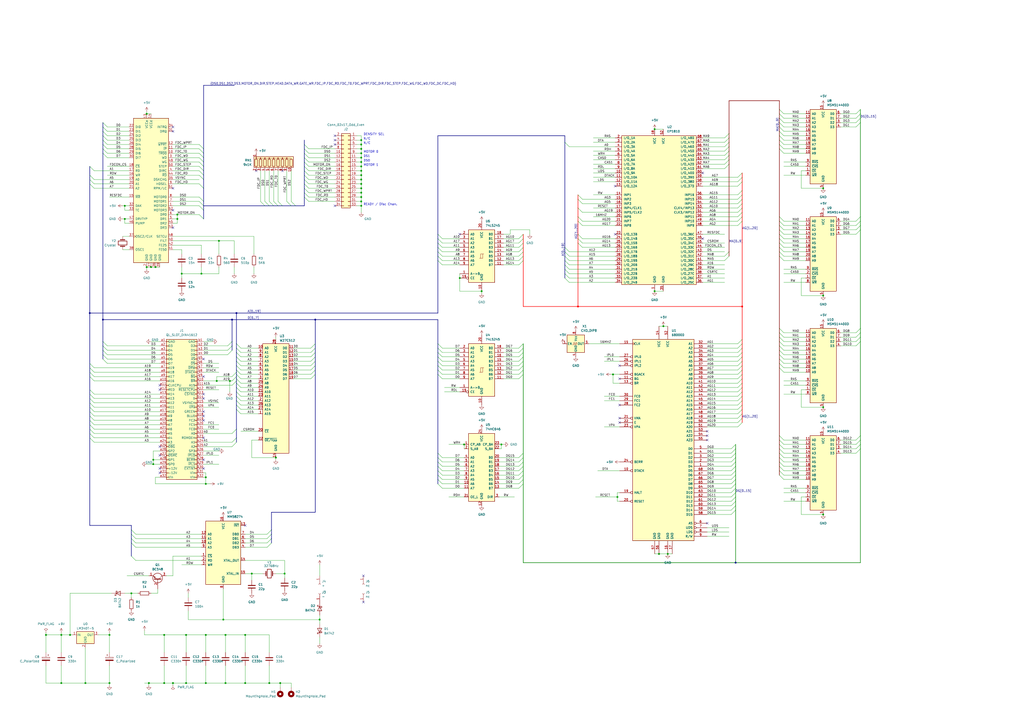
<source format=kicad_sch>
(kicad_sch (version 20250114) (generator "eeschema") (generator_version "9.0")
  (paper "A2")
  (title_block (title "Sinclair QL Gold Card 3") (date "2024-04-11") (rev "0.0") (company "Alvaro Alea Fernandez") (comment 1 "Based on schematic from tetroid") (comment 2 "Licensed under Cern OHL-S - https://ohwr.org/cern_ohl_s_v2.txt"))
  (text "N/C" (at 210.82 83.82 0) (effects (font (size 1.27 1.27)) (justify left bottom)))
  (text "DENSITY SEL\n" (at 210.82 78.74 0) (effects (font (size 1.27 1.27)) (justify left bottom)))
  (text "MOTOR 0 " (at 210.82 88.9 0) (effects (font (size 1.27 1.27)) (justify left bottom)))
  (text "N/C" (at 210.82 81.28 0) (effects (font (size 1.27 1.27)) (justify left bottom)))
  (text "MOTOR 1" (at 210.82 96.52 0) (effects (font (size 1.27 1.27)) (justify left bottom)))
  (text "DS0\n" (at 210.82 93.98 0) (effects (font (size 1.27 1.27)) (justify left bottom)))
  (text "READY / Disc Chan." (at 210.82 119.38 0) (effects (font (size 1.27 1.27)) (justify left bottom)))
  (text "DS1\n" (at 210.82 91.44 0) (effects (font (size 1.27 1.27)) (justify left bottom)))
  (junction (at 165.1 332.74))
  (junction (at 49.53 396.24))
  (junction (at 85.09 66.04))
  (junction (at 209.55 109.22))
  (junction (at 142.24 368.3))
  (junction (at 426.72 326.39))
  (junction (at 134.62 185.42))
  (junction (at 209.55 104.14))
  (junction (at 279.4 168.91))
  (junction (at 209.55 101.6))
  (junction (at 209.55 83.82))
  (junction (at 119.38 280.67))
  (junction (at 209.55 93.98))
  (junction (at 156.21 396.24))
  (junction (at 182.88 185.42))
  (junction (at 63.5 368.3))
  (junction (at 35.56 396.24))
  (junction (at 384.81 189.23))
  (junction (at 127 139.7))
  (junction (at 379.73 74.93))
  (junction (at 102.87 127))
  (junction (at 52.07 181.61))
  (junction (at 86.36 396.24))
  (junction (at 477.52 109.22))
  (junction (at 209.55 99.06))
  (junction (at 72.39 127))
  (junction (at 382.27 321.31))
  (junction (at 119.38 396.24))
  (junction (at 63.5 396.24))
  (junction (at 269.24 257.81))
  (junction (at 209.55 81.28))
  (junction (at 266.7 161.29))
  (junction (at 100.33 396.24))
  (junction (at 209.55 88.9))
  (junction (at 90.17 154.94))
  (junction (at 130.81 396.24))
  (junction (at 119.38 368.3))
  (junction (at 477.52 298.45))
  (junction (at 95.25 396.24))
  (junction (at 107.95 368.3))
  (junction (at 160.02 265.43))
  (junction (at 119.38 276.86))
  (junction (at 209.55 86.36))
  (junction (at 35.56 368.3))
  (junction (at 209.55 96.52))
  (junction (at 430.53 177.8) (color 255 0 0 1))
  (junction (at 162.56 396.24))
  (junction (at 209.55 111.76))
  (junction (at 185.42 359.41))
  (junction (at 133.35 220.98))
  (junction (at 26.67 368.3))
  (junction (at 85.09 154.94))
  (junction (at 130.81 368.3))
  (junction (at 87.63 154.94))
  (junction (at 209.55 116.84))
  (junction (at 209.55 119.38))
  (junction (at 125.73 220.98))
  (junction (at 40.64 368.3))
  (junction (at 209.55 114.3))
  (junction (at 477.52 171.45))
  (junction (at 209.55 91.44))
  (junction (at 379.73 168.91))
  (junction (at 95.25 368.3))
  (junction (at 88.9 269.24))
  (junction (at 102.87 124.46))
  (junction (at 209.55 106.68))
  (junction (at 72.39 119.38))
  (junction (at 355.6 217.17))
  (junction (at 290.83 257.81))
  (junction (at 116.84 158.75))
  (junction (at 105.41 158.75))
  (junction (at 107.95 396.24))
  (junction (at 142.24 396.24))
  (junction (at 88.9 266.7))
  (junction (at 59.69 185.42))
  (junction (at 335.28 177.8) (color 255 0 0 1))
  (junction (at 477.52 236.22))
  (junction (at 146.05 332.74))
  (junction (at 129.54 359.41))
  (junction (at 358.14 288.29))
  (junction (at 137.16 181.61))
  (junction (at 76.2 344.17))
  (junction (at 387.35 321.31))
  (no_connect (at 118.11 254))
  (no_connect (at 410.21 255.27))
  (no_connect (at 118.11 231.14))
  (no_connect (at 100.33 109.22))
  (no_connect (at 92.71 259.08))
  (no_connect (at 118.11 238.76))
  (no_connect (at 118.11 228.6))
  (no_connect (at 359.41 219.71))
  (no_connect (at 118.11 208.28))
  (no_connect (at 92.71 223.52))
  (no_connect (at 92.71 264.16))
  (no_connect (at 410.21 303.53))
  (no_connect (at 194.31 81.28))
  (no_connect (at 92.71 274.32))
  (no_connect (at 148.59 99.06))
  (no_connect (at 210.82 349.25))
  (no_connect (at 410.21 250.19))
  (no_connect (at 407.67 138.43))
  (no_connect (at 100.33 73.66))
  (no_connect (at 118.11 218.44))
  (no_connect (at 359.41 234.95))
  (no_connect (at 194.31 119.38))
  (no_connect (at 194.31 83.82))
  (no_connect (at 410.21 252.73))
  (no_connect (at 194.31 78.74))
  (no_connect (at 359.41 242.57))
  (no_connect (at 118.11 266.7))
  (no_connect (at 118.11 271.78))
  (no_connect (at 92.71 226.06))
  (no_connect (at 100.33 76.2))
  (no_connect (at 118.11 241.3))
  (no_connect (at 100.33 121.92))
  (no_connect (at 92.71 271.78))
  (no_connect (at 359.41 212.09))
  (no_connect (at 266.7 135.89))
  (no_connect (at 163.83 99.06))
  (no_connect (at 356.87 107.95))
  (no_connect (at 356.87 135.89))
  (no_connect (at 407.67 100.33))
  (no_connect (at 359.41 245.11))
  (no_connect (at 142.24 304.8))
  (no_connect (at 100.33 132.08))
  (no_connect (at 210.82 334.01))
  (no_connect (at 118.11 243.84))
  (bus_entry (at 182.88 207.01) (size -2.54 2.54))
  (bus_entry (at 303.53 278.13) (size -2.54 2.54))
  (bus_entry (at 157.48 314.96) (size -2.54 2.54))
  (bus_entry (at 59.69 81.28) (size 2.54 2.54))
  (bus_entry (at 452.12 252.73) (size 2.54 2.54))
  (bus_entry (at 452.12 193.04) (size 2.54 2.54))
  (bus_entry (at 426.72 265.43) (size -2.54 2.54))
  (bus_entry (at 452.12 200.66) (size 2.54 2.54))
  (bus_entry (at 422.91 77.47) (size -2.54 2.54))
  (bus_entry (at 52.07 246.38) (size 2.54 2.54))
  (bus_entry (at 430.53 105.41) (size -2.54 2.54))
  (bus_entry (at 452.12 255.27) (size 2.54 2.54))
  (bus_entry (at 303.53 135.89) (size -2.54 2.54))
  (bus_entry (at 137.16 212.09) (size 2.54 2.54))
  (bus_entry (at 137.16 254) (size -2.54 2.54))
  (bus_entry (at 52.07 248.92) (size 2.54 2.54))
  (bus_entry (at 430.53 237.49) (size -2.54 2.54))
  (bus_entry (at 115.57 101.6) (size 2.54 2.54))
  (bus_entry (at 452.12 273.05) (size 2.54 2.54))
  (bus_entry (at 303.53 273.05) (size -2.54 2.54))
  (bus_entry (at 137.16 234.95) (size 2.54 2.54))
  (bus_entry (at 452.12 86.36) (size 2.54 2.54))
  (bus_entry (at 452.12 275.59) (size 2.54 2.54))
  (bus_entry (at 327.66 143.51) (size 2.54 2.54))
  (bus_entry (at 422.91 85.09) (size -2.54 2.54))
  (bus_entry (at 137.16 219.71) (size 2.54 2.54))
  (bus_entry (at 499.11 71.12) (size -2.54 2.54))
  (bus_entry (at 303.53 204.47) (size -2.54 2.54))
  (bus_entry (at 157.48 309.88) (size -2.54 2.54))
  (bus_entry (at 52.07 236.22) (size 2.54 2.54))
  (bus_entry (at 422.91 92.71) (size -2.54 2.54))
  (bus_entry (at 430.53 100.33) (size -2.54 2.54))
  (bus_entry (at 151.13 116.84) (size 2.54 2.54))
  (bus_entry (at 168.91 116.84) (size 2.54 2.54))
  (bus_entry (at 182.88 199.39) (size -2.54 2.54))
  (bus_entry (at 115.57 83.82) (size 2.54 2.54))
  (bus_entry (at 327.66 151.13) (size 2.54 2.54))
  (bus_entry (at 452.12 135.89) (size 2.54 2.54))
  (bus_entry (at 452.12 83.82) (size 2.54 2.54))
  (bus_entry (at 137.16 201.93) (size 2.54 2.54))
  (bus_entry (at 335.28 115.57) (size 2.54 2.54))
  (bus_entry (at 426.72 257.81) (size -2.54 2.54))
  (bus_entry (at 452.12 213.36) (size 2.54 2.54))
  (bus_entry (at 134.62 203.2) (size -2.54 2.54))
  (bus_entry (at 303.53 207.01) (size -2.54 2.54))
  (bus_entry (at 137.16 229.87) (size 2.54 2.54))
  (bus_entry (at 430.53 245.11) (size -2.54 2.54))
  (bus_entry (at 176.53 111.76) (size 2.54 2.54))
  (bus_entry (at 430.53 207.01) (size -2.54 2.54))
  (bus_entry (at 137.16 207.01) (size 2.54 2.54))
  (bus_entry (at 303.53 143.51) (size -2.54 2.54))
  (bus_entry (at 426.72 288.29) (size -2.54 2.54))
  (bus_entry (at 452.12 190.5) (size 2.54 2.54))
  (bus_entry (at 254 207.01) (size 2.54 2.54))
  (bus_entry (at 176.53 88.9) (size 2.54 2.54))
  (bus_entry (at 52.07 218.44) (size 2.54 2.54))
  (bus_entry (at 430.53 229.87) (size -2.54 2.54))
  (bus_entry (at 452.12 76.2) (size 2.54 2.54))
  (bus_entry (at 430.53 234.95) (size -2.54 2.54))
  (bus_entry (at 499.11 133.35) (size -2.54 2.54))
  (bus_entry (at 430.53 123.19) (size -2.54 2.54))
  (bus_entry (at 137.16 232.41) (size 2.54 2.54))
  (bus_entry (at 303.53 267.97) (size -2.54 2.54))
  (bus_entry (at 499.11 252.73) (size -2.54 2.54))
  (bus_entry (at 499.11 68.58) (size -2.54 2.54))
  (bus_entry (at 52.07 241.3) (size 2.54 2.54))
  (bus_entry (at 137.16 209.55) (size 2.54 2.54))
  (bus_entry (at 499.11 128.27) (size -2.54 2.54))
  (bus_entry (at 327.66 82.55) (size 2.54 2.54))
  (bus_entry (at 118.11 127) (size -2.54 -2.54))
  (bus_entry (at 137.16 199.39) (size 2.54 2.54))
  (bus_entry (at 176.53 93.98) (size 2.54 2.54))
  (bus_entry (at 254 262.89) (size 2.54 2.54))
  (bus_entry (at 452.12 140.97) (size 2.54 2.54))
  (bus_entry (at 59.69 205.74) (size 2.54 2.54))
  (bus_entry (at 59.69 86.36) (size 2.54 2.54))
  (bus_entry (at 430.53 196.85) (size -2.54 2.54))
  (bus_entry (at 452.12 78.74) (size 2.54 2.54))
  (bus_entry (at 254 135.89) (size 2.54 2.54))
  (bus_entry (at 426.72 280.67) (size -2.54 2.54))
  (bus_entry (at 422.91 95.25) (size -2.54 2.54))
  (bus_entry (at 115.57 106.68) (size 2.54 2.54))
  (bus_entry (at 452.12 133.35) (size 2.54 2.54))
  (bus_entry (at 118.11 121.92) (size -2.54 -2.54))
  (bus_entry (at 115.57 96.52) (size 2.54 2.54))
  (bus_entry (at 254 201.93) (size 2.54 2.54))
  (bus_entry (at 422.91 87.63) (size -2.54 2.54))
  (bus_entry (at 430.53 125.73) (size -2.54 2.54))
  (bus_entry (at 499.11 260.35) (size -2.54 2.54))
  (bus_entry (at 430.53 118.11) (size -2.54 2.54))
  (bus_entry (at 335.28 140.97) (size 2.54 2.54))
  (bus_entry (at 430.53 240.03) (size -2.54 2.54))
  (bus_entry (at 426.72 290.83) (size -2.54 2.54))
  (bus_entry (at 166.37 116.84) (size 2.54 2.54))
  (bus_entry (at 303.53 209.55) (size -2.54 2.54))
  (bus_entry (at 52.07 233.68) (size 2.54 2.54))
  (bus_entry (at 137.16 237.49) (size 2.54 2.54))
  (bus_entry (at 137.16 256.54) (size -2.54 2.54))
  (bus_entry (at 137.16 220.98) (size -2.54 2.54))
  (bus_entry (at 452.12 81.28) (size 2.54 2.54))
  (bus_entry (at 254 146.05) (size 2.54 2.54))
  (bus_entry (at 303.53 199.39) (size -2.54 2.54))
  (bus_entry (at 430.53 227.33) (size -2.54 2.54))
  (bus_entry (at 254 212.09) (size 2.54 2.54))
  (bus_entry (at 176.53 91.44) (size 2.54 2.54))
  (bus_entry (at 59.69 73.66) (size 2.54 2.54))
  (bus_entry (at 303.53 212.09) (size -2.54 2.54))
  (bus_entry (at 52.07 215.9) (size 2.54 2.54))
  (bus_entry (at 452.12 128.27) (size 2.54 2.54))
  (bus_entry (at 137.16 215.9) (size -2.54 2.54))
  (bus_entry (at 452.12 125.73) (size 2.54 2.54))
  (bus_entry (at 157.48 307.34) (size -2.54 2.54))
  (bus_entry (at 426.72 267.97) (size -2.54 2.54))
  (bus_entry (at 254 143.51) (size 2.54 2.54))
  (bus_entry (at 452.12 203.2) (size 2.54 2.54))
  (bus_entry (at 426.72 283.21) (size -2.54 2.54))
  (bus_entry (at 335.28 125.73) (size 2.54 2.54))
  (bus_entry (at 335.28 120.65) (size 2.54 2.54))
  (bus_entry (at 426.72 278.13) (size -2.54 2.54))
  (bus_entry (at 52.07 210.82) (size 2.54 2.54))
  (bus_entry (at 303.53 146.05) (size -2.54 2.54))
  (bus_entry (at 52.07 226.06) (size 2.54 2.54))
  (bus_entry (at 254 278.13) (size 2.54 2.54))
  (bus_entry (at 52.07 213.36) (size 2.54 2.54))
  (bus_entry (at 182.88 212.09) (size -2.54 2.54))
  (bus_entry (at 430.53 219.71) (size -2.54 2.54))
  (bus_entry (at 137.16 214.63) (size 2.54 2.54))
  (bus_entry (at 118.11 119.38) (size -2.54 -2.54))
  (bus_entry (at 59.69 200.66) (size 2.54 2.54))
  (bus_entry (at 182.88 201.93) (size -2.54 2.54))
  (bus_entry (at 426.72 260.35) (size -2.54 2.54))
  (bus_entry (at 499.11 66.04) (size -2.54 2.54))
  (bus_entry (at 426.72 275.59) (size -2.54 2.54))
  (bus_entry (at 59.69 198.12) (size 2.54 2.54))
  (bus_entry (at 422.91 80.01) (size -2.54 2.54))
  (bus_entry (at 254 204.47) (size 2.54 2.54))
  (bus_entry (at 327.66 148.59) (size 2.54 2.54))
  (bus_entry (at 303.53 262.89) (size -2.54 2.54))
  (bus_entry (at 59.69 208.28) (size 2.54 2.54))
  (bus_entry (at 452.12 146.05) (size 2.54 2.54))
  (bus_entry (at 452.12 260.35) (size 2.54 2.54))
  (bus_entry (at 430.53 222.25) (size -2.54 2.54))
  (bus_entry (at 499.11 130.81) (size -2.54 2.54))
  (bus_entry (at 52.07 96.52) (size 2.54 2.54))
  (bus_entry (at 422.91 90.17) (size -2.54 2.54))
  (bus_entry (at 254 209.55) (size 2.54 2.54))
  (bus_entry (at 137.16 248.92) (size -2.54 2.54))
  (bus_entry (at 137.16 218.44) (size -2.54 2.54))
  (bus_entry (at 52.07 238.76) (size 2.54 2.54))
  (bus_entry (at 430.53 120.65) (size -2.54 2.54))
  (bus_entry (at 182.88 209.55) (size -2.54 2.54))
  (bus_entry (at 327.66 153.67) (size 2.54 2.54))
  (bus_entry (at 115.57 88.9) (size 2.54 2.54))
  (bus_entry (at 182.88 217.17) (size -2.54 2.54))
  (bus_entry (at 303.53 138.43) (size -2.54 2.54))
  (bus_entry (at 426.72 295.91) (size -2.54 2.54))
  (bus_entry (at 134.62 200.66) (size -2.54 2.54))
  (bus_entry (at 452.12 138.43) (size 2.54 2.54))
  (bus_entry (at 59.69 76.2) (size 2.54 2.54))
  (bus_entry (at 452.12 73.66) (size 2.54 2.54))
  (bus_entry (at 327.66 156.21) (size 2.54 2.54))
  (bus_entry (at 303.53 140.97) (size -2.54 2.54))
  (bus_entry (at 176.53 101.6) (size 2.54 2.54))
  (bus_entry (at 452.12 257.81) (size 2.54 2.54))
  (bus_entry (at 161.29 116.84) (size 2.54 2.54))
  (bus_entry (at 156.21 116.84) (size 2.54 2.54))
  (bus_entry (at 499.11 198.12) (size -2.54 2.54))
  (bus_entry (at 176.53 106.68) (size 2.54 2.54))
  (bus_entry (at 499.11 195.58) (size -2.54 2.54))
  (bus_entry (at 452.12 63.5) (size 2.54 2.54))
  (bus_entry (at 76.2 322.58) (size 2.54 2.54))
  (bus_entry (at 254 273.05) (size 2.54 2.54))
  (bus_entry (at 182.88 204.47) (size -2.54 2.54))
  (bus_entry (at 452.12 265.43) (size 2.54 2.54))
  (bus_entry (at 430.53 199.39) (size -2.54 2.54))
  (bus_entry (at 426.72 273.05) (size -2.54 2.54))
  (bus_entry (at 426.72 262.89) (size -2.54 2.54))
  (bus_entry (at 52.07 251.46) (size 2.54 2.54))
  (bus_entry (at 76.2 307.34) (size 2.54 2.54))
  (bus_entry (at 430.53 212.09) (size -2.54 2.54))
  (bus_entry (at 303.53 217.17) (size -2.54 2.54))
  (bus_entry (at 430.53 113.03) (size -2.54 2.54))
  (bus_entry (at 452.12 210.82) (size 2.54 2.54))
  (bus_entry (at 499.11 63.5) (size -2.54 2.54))
  (bus_entry (at 59.69 88.9) (size 2.54 2.54))
  (bus_entry (at 118.11 116.84) (size -2.54 -2.54))
  (bus_entry (at 430.53 214.63) (size -2.54 2.54))
  (bus_entry (at 254 214.63) (size 2.54 2.54))
  (bus_entry (at 52.07 243.84) (size 2.54 2.54))
  (bus_entry (at 176.53 99.06) (size 2.54 2.54))
  (bus_entry (at 430.53 115.57) (size -2.54 2.54))
  (bus_entry (at 430.53 128.27) (size -2.54 2.54))
  (bus_entry (at 52.07 228.6) (size 2.54 2.54))
  (bus_entry (at 52.07 231.14) (size 2.54 2.54))
  (bus_entry (at 254 151.13) (size 2.54 2.54))
  (bus_entry (at 499.11 190.5) (size -2.54 2.54))
  (bus_entry (at 430.53 201.93) (size -2.54 2.54))
  (bus_entry (at 452.12 130.81) (size 2.54 2.54))
  (bus_entry (at 254 148.59) (size 2.54 2.54))
  (bus_entry (at 422.91 148.59) (size -2.54 2.54))
  (bus_entry (at 452.12 262.89) (size 2.54 2.54))
  (bus_entry (at 430.53 242.57) (size -2.54 2.54))
  (bus_entry (at 137.16 224.79) (size 2.54 2.54))
  (bus_entry (at 499.11 125.73) (size -2.54 2.54))
  (bus_entry (at 303.53 148.59) (size -2.54 2.54))
  (bus_entry (at 452.12 195.58) (size 2.54 2.54))
  (bus_entry (at 499.11 193.04) (size -2.54 2.54))
  (bus_entry (at 115.57 91.44) (size 2.54 2.54))
  (bus_entry (at 254 275.59) (size 2.54 2.54))
  (bus_entry (at 335.28 138.43) (size 2.54 2.54))
  (bus_entry (at 176.53 104.14) (size 2.54 2.54))
  (bus_entry (at 430.53 102.87) (size -2.54 2.54))
  (bus_entry (at 303.53 214.63) (size -2.54 2.54))
  (bus_entry (at 176.53 83.82) (size 2.54 2.54))
  (bus_entry (at 254 140.97) (size 2.54 2.54))
  (bus_entry (at 452.12 143.51) (size 2.54 2.54))
  (bus_entry (at 499.11 255.27) (size -2.54 2.54))
  (bus_entry (at 137.16 217.17) (size 2.54 2.54))
  (bus_entry (at 430.53 224.79) (size -2.54 2.54))
  (bus_entry (at 52.07 104.14) (size 2.54 2.54))
  (bus_entry (at 452.12 208.28) (size 2.54 2.54))
  (bus_entry (at 176.53 96.52) (size 2.54 2.54))
  (bus_entry (at 430.53 217.17) (size -2.54 2.54))
  (bus_entry (at 254 138.43) (size 2.54 2.54))
  (bus_entry (at 59.69 203.2) (size 2.54 2.54))
  (bus_entry (at 115.57 86.36) (size 2.54 2.54))
  (bus_entry (at 254 270.51) (size 2.54 2.54))
  (bus_entry (at 426.72 285.75) (size -2.54 2.54))
  (bus_entry (at 430.53 209.55) (size -2.54 2.54))
  (bus_entry (at 59.69 83.82) (size 2.54 2.54))
  (bus_entry (at 153.67 116.84) (size 2.54 2.54))
  (bus_entry (at 426.72 270.51) (size -2.54 2.54))
  (bus_entry (at 52.07 106.68) (size 2.54 2.54))
  (bus_entry (at 303.53 201.93) (size -2.54 2.54))
  (bus_entry (at 303.53 275.59) (size -2.54 2.54))
  (bus_entry (at 303.53 270.51) (size -2.54 2.54))
  (bus_entry (at 452.12 270.51) (size 2.54 2.54))
  (bus_entry (at 452.12 68.58) (size 2.54 2.54))
  (bus_entry (at 176.53 86.36) (size 2.54 2.54))
  (bus_entry (at 327.66 146.05) (size 2.54 2.54))
  (bus_entry (at 303.53 265.43) (size -2.54 2.54))
  (bus_entry (at 452.12 267.97) (size 2.54 2.54))
  (bus_entry (at 452.12 66.04) (size 2.54 2.54))
  (bus_entry (at 52.07 254) (size 2.54 2.54))
  (bus_entry (at 422.91 82.55) (size -2.54 2.54))
  (bus_entry (at 52.07 101.6) (size 2.54 2.54))
  (bus_entry (at 422.91 146.05) (size -2.54 2.54))
  (bus_entry (at 59.69 71.12) (size 2.54 2.54))
  (bus_entry (at 115.57 99.06) (size 2.54 2.54))
  (bus_entry (at 335.28 135.89) (size 2.54 2.54))
  (bus_entry (at 452.12 148.59) (size 2.54 2.54))
  (bus_entry (at 182.88 214.63) (size -2.54 2.54))
  (bus_entry (at 254 265.43) (size 2.54 2.54))
  (bus_entry (at 335.28 113.03) (size 2.54 2.54))
  (bus_entry (at 137.16 227.33) (size 2.54 2.54))
  (bus_entry (at 176.53 114.3) (size 2.54 2.54))
  (bus_entry (at 254 217.17) (size 2.54 2.54))
  (bus_entry (at 430.53 232.41) (size -2.54 2.54))
  (bus_entry (at 335.28 128.27) (size 2.54 2.54))
  (bus_entry (at 76.2 309.88) (size 2.54 2.54))
  (bus_entry (at 327.66 158.75) (size 2.54 2.54))
  (bus_entry (at 134.62 198.12) (size -2.54 2.54))
  (bus_entry (at 327.66 161.29) (size 2.54 2.54))
  (bus_entry (at 499.11 257.81) (size -2.54 2.54))
  (bus_entry (at 303.53 151.13) (size -2.54 2.54))
  (bus_entry (at 59.69 78.74) (size 2.54 2.54))
  (bus_entry (at 452.12 205.74) (size 2.54 2.54))
  (bus_entry (at 176.53 109.22) (size 2.54 2.54))
  (bus_entry (at 158.75 116.84) (size 2.54 2.54))
  (bus_entry (at 157.48 312.42) (size -2.54 2.54))
  (bus_entry (at 137.16 222.25) (size 2.54 2.54))
  (bus_entry (at 452.12 71.12) (size 2.54 2.54))
  (bus_entry (at 430.53 204.47) (size -2.54 2.54))
  (bus_entry (at 426.72 293.37) (size -2.54 2.54))
  (bus_entry (at 452.12 198.12) (size 2.54 2.54))
  (bus_entry (at 254 199.39) (size 2.54 2.54))
  (bus_entry (at 137.16 204.47) (size 2.54 2.54))
  (bus_entry (at 76.2 314.96) (size 2.54 2.54))
  (bus_entry (at 254 280.67) (size 2.54 2.54))
  (bus_entry (at 303.53 280.67) (size -2.54 2.54))
  (bus_entry (at 254 267.97) (size 2.54 2.54))
  (bus_entry (at 76.2 312.42) (size 2.54 2.54))
  (bus_entry (at 115.57 93.98) (size 2.54 2.54))
  (bus_entry (at 430.53 110.49) (size -2.54 2.54))
  (wire (pts (xy 100.33 119.38) (xy 115.57 119.38)))
  (bus (pts (xy 182.88 209.55) (xy 182.88 212.09)))
  (wire (pts (xy 292.1 153.67) (xy 300.99 153.67)))
  (bus (pts (xy 335.28 128.27) (xy 335.28 135.89)) (stroke (width 0) (color 255 0 0 1)))
  (wire (pts (xy 337.82 130.81) (xy 356.87 130.81)))
  (bus (pts (xy 254 212.09) (xy 254 209.55)))
  (wire (pts (xy 100.33 139.7) (xy 127 139.7)))
  (wire (pts (xy 142.24 332.74) (xy 146.05 332.74)))
  (bus (pts (xy 303.53 326.39) (xy 426.72 326.39)) (stroke (width 0) (color 0 132 0 1)))
  (bus (pts (xy 118.11 116.84) (xy 118.11 119.38)))
  (wire (pts (xy 266.7 212.09) (xy 256.54 212.09)))
  (wire (pts (xy 119.38 368.3) (xy 119.38 378.46)))
  (wire (pts (xy 358.14 285.75) (xy 358.14 288.29)))
  (bus (pts (xy 59.69 200.66) (xy 59.69 203.2)))
  (bus (pts (xy 118.11 49.53) (xy 118.11 86.36)))
  (wire (pts (xy 179.07 99.06) (xy 194.31 99.06)))
  (wire (pts (xy 487.68 260.35) (xy 496.57 260.35)))
  (wire (pts (xy 90.17 280.67) (xy 119.38 280.67)))
  (wire (pts (xy 118.11 210.82) (xy 127 210.82)))
  (wire (pts (xy 454.66 163.83) (xy 467.36 163.83)))
  (wire (pts (xy 161.29 99.06) (xy 161.29 116.84)))
  (bus (pts (xy 137.16 224.79) (xy 137.16 227.33)))
  (wire (pts (xy 454.66 156.21) (xy 467.36 156.21)))
  (wire (pts (xy 379.73 321.31) (xy 382.27 321.31)))
  (bus (pts (xy 118.11 49.53) (xy 135.89 49.53)))
  (wire (pts (xy 115.57 88.9) (xy 100.33 88.9)))
  (wire (pts (xy 118.11 248.92) (xy 127 248.92)))
  (wire (pts (xy 209.55 91.44) (xy 209.55 93.98)))
  (wire (pts (xy 292.1 212.09) (xy 300.99 212.09)))
  (wire (pts (xy 454.66 215.9) (xy 467.36 215.9)))
  (wire (pts (xy 207.01 119.38) (xy 209.55 119.38)))
  (wire (pts (xy 256.54 265.43) (xy 269.24 265.43)))
  (bus (pts (xy 118.11 119.38) (xy 153.67 119.38)))
  (wire (pts (xy 266.7 138.43) (xy 256.54 138.43)))
  (wire (pts (xy 160.02 265.43) (xy 160.02 266.7)))
  (bus (pts (xy 157.48 307.34) (xy 157.48 309.88)))
  (wire (pts (xy 266.7 207.01) (xy 256.54 207.01)))
  (wire (pts (xy 487.68 130.81) (xy 496.57 130.81)))
  (wire (pts (xy 100.33 334.01) (xy 96.52 334.01)))
  (bus (pts (xy 452.12 125.73) (xy 452.12 128.27)) (stroke (width 0) (color 132 0 0 1)))
  (bus (pts (xy 52.07 254) (xy 52.07 304.8)))
  (bus (pts (xy 499.11 195.58) (xy 499.11 198.12)) (stroke (width 0) (color 0 132 0 1)))
  (wire (pts (xy 207.01 86.36) (xy 209.55 86.36)))
  (bus (pts (xy 430.53 234.95) (xy 430.53 237.49)) (stroke (width 0) (color 255 0 0 1)))
  (wire (pts (xy 100.33 124.46) (xy 102.87 124.46)))
  (wire (pts (xy 170.18 201.93) (xy 180.34 201.93)))
  (wire (pts (xy 78.74 325.12) (xy 116.84 325.12)))
  (wire (pts (xy 289.56 283.21) (xy 300.99 283.21)))
  (wire (pts (xy 71.12 119.38) (xy 72.39 119.38)))
  (wire (pts (xy 454.66 146.05) (xy 467.36 146.05)))
  (wire (pts (xy 179.07 111.76) (xy 194.31 111.76)))
  (wire (pts (xy 454.66 68.58) (xy 467.36 68.58)))
  (bus (pts (xy 137.16 220.98) (xy 137.16 222.25)))
  (wire (pts (xy 410.21 278.13) (xy 424.18 278.13)))
  (wire (pts (xy 344.17 92.71) (xy 356.87 92.71)))
  (wire (pts (xy 118.11 203.2) (xy 132.08 203.2)))
  (wire (pts (xy 207.01 101.6) (xy 209.55 101.6)))
  (wire (pts (xy 154.94 314.96) (xy 142.24 314.96)))
  (bus (pts (xy 52.07 228.6) (xy 52.07 231.14)))
  (bus (pts (xy 254 280.67) (xy 254 278.13)))
  (wire (pts (xy 410.21 273.05) (xy 424.18 273.05)))
  (wire (pts (xy 147.32 154.94) (xy 147.32 158.75)))
  (wire (pts (xy 350.52 232.41) (xy 359.41 232.41)))
  (bus (pts (xy 430.53 232.41) (xy 430.53 234.95)) (stroke (width 0) (color 255 0 0 1)))
  (wire (pts (xy 54.61 109.22) (xy 74.93 109.22)))
  (wire (pts (xy 407.67 105.41) (xy 427.99 105.41)))
  (wire (pts (xy 410.21 207.01) (xy 427.99 207.01)))
  (wire (pts (xy 330.2 163.83) (xy 356.87 163.83)))
  (wire (pts (xy 384.81 189.23) (xy 387.35 189.23)))
  (bus (pts (xy 118.11 86.36) (xy 118.11 88.9)))
  (wire (pts (xy 107.95 386.08) (xy 107.95 396.24)))
  (wire (pts (xy 292.1 217.17) (xy 300.99 217.17)))
  (wire (pts (xy 139.7 212.09) (xy 149.86 212.09)))
  (wire (pts (xy 118.11 264.16) (xy 127 264.16)))
  (wire (pts (xy 119.38 386.08) (xy 119.38 396.24)))
  (wire (pts (xy 407.67 80.01) (xy 420.37 80.01)))
  (bus (pts (xy 76.2 312.42) (xy 76.2 314.96)))
  (bus (pts (xy 335.28 120.65) (xy 335.28 125.73)) (stroke (width 0) (color 255 0 0 1)))
  (wire (pts (xy 74.93 86.36) (xy 62.23 86.36)))
  (wire (pts (xy 454.66 128.27) (xy 467.36 128.27)))
  (bus (pts (xy 137.16 207.01) (xy 137.16 209.55)))
  (bus (pts (xy 176.53 91.44) (xy 176.53 88.9)))
  (wire (pts (xy 118.11 261.62) (xy 127 261.62)))
  (wire (pts (xy 54.61 215.9) (xy 92.71 215.9)))
  (wire (pts (xy 266.7 214.63) (xy 256.54 214.63)))
  (wire (pts (xy 127 139.7) (xy 135.89 139.7)))
  (bus (pts (xy 52.07 251.46) (xy 52.07 254)))
  (wire (pts (xy 74.93 88.9) (xy 62.23 88.9)))
  (wire (pts (xy 410.21 234.95) (xy 427.99 234.95)))
  (wire (pts (xy 410.21 262.89) (xy 424.18 262.89)))
  (wire (pts (xy 115.57 104.14) (xy 100.33 104.14)))
  (bus (pts (xy 134.62 198.12) (xy 134.62 200.66)))
  (bus (pts (xy 499.11 198.12) (xy 499.11 252.73)) (stroke (width 0) (color 0 132 0 1)))
  (bus (pts (xy 52.07 238.76) (xy 52.07 241.3)))
  (bus (pts (xy 452.12 262.89) (xy 452.12 265.43)) (stroke (width 0) (color 132 0 0 1)))
  (wire (pts (xy 105.41 154.94) (xy 105.41 158.75)))
  (bus (pts (xy 158.75 119.38) (xy 161.29 119.38)))
  (wire (pts (xy 118.11 226.06) (xy 127 226.06)))
  (bus (pts (xy 161.29 119.38) (xy 163.83 119.38)))
  (wire (pts (xy 139.7 222.25) (xy 149.86 222.25)))
  (wire (pts (xy 86.36 396.24) (xy 95.25 396.24)))
  (wire (pts (xy 410.21 275.59) (xy 424.18 275.59)))
  (bus (pts (xy 118.11 91.44) (xy 118.11 93.98)))
  (wire (pts (xy 162.56 396.24) (xy 168.91 396.24)))
  (bus (pts (xy 176.53 101.6) (xy 176.53 104.14)))
  (bus (pts (xy 303.53 201.93) (xy 303.53 204.47)) (stroke (width 0) (color 0 132 0 1)))
  (wire (pts (xy 407.67 92.71) (xy 420.37 92.71)))
  (bus (pts (xy 52.07 181.61) (xy 52.07 210.82)))
  (wire (pts (xy 54.61 238.76) (xy 92.71 238.76)))
  (wire (pts (xy 54.61 241.3) (xy 92.71 241.3)))
  (wire (pts (xy 454.66 278.13) (xy 467.36 278.13)))
  (wire (pts (xy 289.56 288.29) (xy 298.45 288.29)))
  (wire (pts (xy 410.21 217.17) (xy 427.99 217.17)))
  (wire (pts (xy 407.67 95.25) (xy 420.37 95.25)))
  (bus (pts (xy 137.16 181.61) (xy 137.16 199.39)))
  (bus (pts (xy 452.12 208.28) (xy 452.12 210.82)) (stroke (width 0) (color 132 0 0 1)))
  (bus (pts (xy 426.72 285.75) (xy 426.72 288.29)) (stroke (width 0) (color 0 132 0 1)))
  (wire (pts (xy 454.66 148.59) (xy 467.36 148.59)))
  (wire (pts (xy 139.7 207.01) (xy 149.86 207.01)))
  (wire (pts (xy 170.18 214.63) (xy 180.34 214.63)))
  (wire (pts (xy 142.24 325.12) (xy 165.1 325.12)))
  (wire (pts (xy 80.01 344.17) (xy 76.2 344.17)))
  (wire (pts (xy 292.1 135.89) (xy 295.91 135.89)))
  (bus (pts (xy 303.53 278.13) (xy 303.53 280.67)) (stroke (width 0) (color 0 132 0 1)))
  (bus (pts (xy 157.48 297.18) (xy 157.48 307.34)))
  (wire (pts (xy 118.11 269.24) (xy 127 269.24)))
  (bus (pts (xy 59.69 86.36) (xy 59.69 88.9)))
  (bus (pts (xy 430.53 212.09) (xy 430.53 214.63)) (stroke (width 0) (color 255 0 0 1)))
  (wire (pts (xy 346.71 273.05) (xy 359.41 273.05)))
  (wire (pts (xy 410.21 201.93) (xy 427.99 201.93)))
  (bus (pts (xy 59.69 71.12) (xy 59.69 73.66)))
  (wire (pts (xy 407.67 123.19) (xy 427.99 123.19)))
  (wire (pts (xy 100.33 396.24) (xy 107.95 396.24)))
  (bus (pts (xy 426.72 262.89) (xy 426.72 265.43)) (stroke (width 0) (color 0 132 0 1)))
  (bus (pts (xy 430.53 204.47) (xy 430.53 207.01)) (stroke (width 0) (color 255 0 0 1)))
  (wire (pts (xy 100.33 322.58) (xy 100.33 334.01)))
  (wire (pts (xy 139.7 224.79) (xy 149.86 224.79)))
  (bus (pts (xy 59.69 76.2) (xy 59.69 78.74)))
  (bus (pts (xy 426.72 278.13) (xy 426.72 280.67)) (stroke (width 0) (color 0 132 0 1)))
  (wire (pts (xy 63.5 114.3) (xy 74.93 114.3)))
  (wire (pts (xy 410.21 242.57) (xy 427.99 242.57)))
  (wire (pts (xy 146.05 265.43) (xy 146.05 255.27)))
  (bus (pts (xy 452.12 81.28) (xy 452.12 83.82)) (stroke (width 0) (color 132 0 0 1)))
  (wire (pts (xy 115.57 99.06) (xy 100.33 99.06)))
  (wire (pts (xy 454.66 265.43) (xy 467.36 265.43)))
  (wire (pts (xy 260.35 257.81) (xy 269.24 257.81)))
  (wire (pts (xy 454.66 130.81) (xy 467.36 130.81)))
  (wire (pts (xy 290.83 260.35) (xy 290.83 257.81)))
  (bus (pts (xy 254 207.01) (xy 254 204.47)))
  (wire (pts (xy 407.67 158.75) (xy 420.37 158.75)))
  (bus (pts (xy 303.53 262.89) (xy 303.53 265.43)) (stroke (width 0) (color 0 132 0 1)))
  (bus (pts (xy 168.91 119.38) (xy 171.45 119.38)))
  (wire (pts (xy 454.66 73.66) (xy 467.36 73.66)))
  (wire (pts (xy 100.33 116.84) (xy 115.57 116.84)))
  (wire (pts (xy 266.7 151.13) (xy 256.54 151.13)))
  (wire (pts (xy 454.66 96.52) (xy 467.36 96.52)))
  (wire (pts (xy 74.93 121.92) (xy 72.39 121.92)))
  (bus (pts (xy 430.53 100.33) (xy 430.53 102.87)) (stroke (width 0) (color 255 0 0 1)))
  (bus (pts (xy 137.16 218.44) (xy 137.16 219.71)))
  (wire (pts (xy 289.56 280.67) (xy 300.99 280.67)))
  (bus (pts (xy 59.69 78.74) (xy 59.69 81.28)))
  (wire (pts (xy 63.5 386.08) (xy 63.5 396.24)))
  (wire (pts (xy 179.07 109.22) (xy 194.31 109.22)))
  (bus (pts (xy 118.11 104.14) (xy 118.11 109.22)))
  (wire (pts (xy 209.55 106.68) (xy 209.55 104.14)))
  (wire (pts (xy 292.1 138.43) (xy 300.99 138.43)))
  (bus (pts (xy 430.53 227.33) (xy 430.53 229.87)) (stroke (width 0) (color 255 0 0 1)))
  (wire (pts (xy 118.11 198.12) (xy 123.19 198.12)))
  (bus (pts (xy 335.28 177.8) (xy 430.53 177.8)) (stroke (width 0) (color 255 0 0 1)))
  (bus (pts (xy 171.45 119.38) (xy 176.53 119.38)))
  (wire (pts (xy 78.74 309.88) (xy 116.84 309.88)))
  (wire (pts (xy 454.66 143.51) (xy 467.36 143.51)))
  (wire (pts (xy 62.23 96.52) (xy 74.93 96.52)))
  (bus (pts (xy 303.53 212.09) (xy 303.53 214.63)) (stroke (width 0) (color 0 132 0 1)))
  (wire (pts (xy 133.35 220.98) (xy 133.35 227.33)))
  (wire (pts (xy 35.56 368.3) (xy 26.67 368.3)))
  (bus (pts (xy 452.12 63.5) (xy 452.12 66.04)) (stroke (width 0) (color 132 0 0 1)))
  (wire (pts (xy 410.21 280.67) (xy 424.18 280.67)))
  (wire (pts (xy 209.55 109.22) (xy 209.55 111.76)))
  (wire (pts (xy 407.67 143.51) (xy 420.37 143.51)))
  (wire (pts (xy 407.67 90.17) (xy 420.37 90.17)))
  (wire (pts (xy 170.18 204.47) (xy 180.34 204.47)))
  (wire (pts (xy 125.73 220.98) (xy 125.73 218.44)))
  (bus (pts (xy 182.88 207.01) (xy 182.88 209.55)))
  (bus (pts (xy 452.12 270.51) (xy 452.12 273.05)) (stroke (width 0) (color 132 0 0 1)))
  (wire (pts (xy 487.68 255.27) (xy 496.57 255.27)))
  (bus (pts (xy 52.07 246.38) (xy 52.07 248.92)))
  (bus (pts (xy 452.12 138.43) (xy 452.12 140.97)) (stroke (width 0) (color 132 0 0 1)))
  (wire (pts (xy 266.7 148.59) (xy 256.54 148.59)))
  (wire (pts (xy 54.61 99.06) (xy 74.93 99.06)))
  (bus (pts (xy 137.16 232.41) (xy 137.16 234.95)))
  (wire (pts (xy 292.1 143.51) (xy 300.99 143.51)))
  (bus (pts (xy 327.66 143.51) (xy 327.66 146.05)))
  (bus (pts (xy 254 209.55) (xy 254 207.01)))
  (bus (pts (xy 327.66 158.75) (xy 327.66 161.29)))
  (wire (pts (xy 407.67 97.79) (xy 420.37 97.79)))
  (wire (pts (xy 135.89 139.7) (xy 135.89 147.32)))
  (bus (pts (xy 303.53 140.97) (xy 303.53 143.51)) (stroke (width 0) (color 255 0 0 1)))
  (bus (pts (xy 452.12 260.35) (xy 452.12 262.89)) (stroke (width 0) (color 132 0 0 1)))
  (wire (pts (xy 127 139.7) (xy 127 147.32)))
  (wire (pts (xy 127 158.75) (xy 127 154.94)))
  (wire (pts (xy 292.1 209.55) (xy 300.99 209.55)))
  (wire (pts (xy 72.39 129.54) (xy 74.93 129.54)))
  (wire (pts (xy 95.25 396.24) (xy 100.33 396.24)))
  (wire (pts (xy 209.55 78.74) (xy 209.55 81.28)))
  (wire (pts (xy 289.56 267.97) (xy 300.99 267.97)))
  (wire (pts (xy 410.21 219.71) (xy 427.99 219.71)))
  (wire (pts (xy 35.56 367.03) (xy 35.56 368.3)))
  (wire (pts (xy 256.54 273.05) (xy 269.24 273.05)))
  (wire (pts (xy 407.67 146.05) (xy 420.37 146.05)))
  (bus (pts (xy 422.91 77.47) (xy 422.91 80.01)) (stroke (width 0) (color 132 0 0 1)))
  (wire (pts (xy 179.07 106.68) (xy 194.31 106.68)))
  (wire (pts (xy 35.56 396.24) (xy 49.53 396.24)))
  (wire (pts (xy 49.53 375.92) (xy 49.53 396.24)))
  (wire (pts (xy 49.53 396.24) (xy 63.5 396.24)))
  (wire (pts (xy 151.13 99.06) (xy 151.13 116.84)))
  (bus (pts (xy 254 140.97) (xy 254 143.51)))
  (bus (pts (xy 426.72 257.81) (xy 426.72 260.35)) (stroke (width 0) (color 0 132 0 1)))
  (bus (pts (xy 452.12 130.81) (xy 452.12 133.35)) (stroke (width 0) (color 132 0 0 1)))
  (wire (pts (xy 139.7 229.87) (xy 149.86 229.87)))
  (bus (pts (xy 327.66 146.05) (xy 327.66 148.59)))
  (bus (pts (xy 327.66 156.21) (xy 327.66 158.75)))
  (wire (pts (xy 407.67 115.57) (xy 427.99 115.57)))
  (bus (pts (xy 59.69 73.66) (xy 59.69 76.2)))
  (wire (pts (xy 454.66 133.35) (xy 467.36 133.35)))
  (wire (pts (xy 344.17 87.63) (xy 356.87 87.63)))
  (wire (pts (xy 118.11 220.98) (xy 125.73 220.98)))
  (wire (pts (xy 142.24 368.3) (xy 156.21 368.3)))
  (wire (pts (xy 130.81 386.08) (xy 130.81 396.24)))
  (bus (pts (xy 303.53 148.59) (xy 303.53 151.13)) (stroke (width 0) (color 255 0 0 1)))
  (bus (pts (xy 426.72 265.43) (xy 426.72 267.97)) (stroke (width 0) (color 0 132 0 1)))
  (bus (pts (xy 137.16 212.09) (xy 137.16 214.63)))
  (wire (pts (xy 209.55 119.38) (xy 209.55 116.84)))
  (bus (pts (xy 430.53 118.11) (xy 430.53 120.65)) (stroke (width 0) (color 255 0 0 1)))
  (wire (pts (xy 179.07 88.9) (xy 194.31 88.9)))
  (bus (pts (xy 303.53 146.05) (xy 303.53 148.59)) (stroke (width 0) (color 255 0 0 1)))
  (wire (pts (xy 487.68 66.04) (xy 496.57 66.04)))
  (wire (pts (xy 100.33 142.24) (xy 116.84 142.24)))
  (wire (pts (xy 454.66 257.81) (xy 467.36 257.81)))
  (wire (pts (xy 266.7 219.71) (xy 256.54 219.71)))
  (wire (pts (xy 295.91 135.89) (xy 295.91 133.35)))
  (bus (pts (xy 303.53 267.97) (xy 303.53 270.51)) (stroke (width 0) (color 0 132 0 1)))
  (bus (pts (xy 452.12 146.05) (xy 452.12 148.59)) (stroke (width 0) (color 132 0 0 1)))
  (wire (pts (xy 129.54 359.41) (xy 185.42 359.41)))
  (bus (pts (xy 176.53 91.44) (xy 176.53 93.98)))
  (wire (pts (xy 179.07 96.52) (xy 194.31 96.52)))
  (bus (pts (xy 254 217.17) (xy 254 214.63)))
  (bus (pts (xy 52.07 210.82) (xy 52.07 213.36)))
  (bus (pts (xy 335.28 113.03) (xy 335.28 115.57)) (stroke (width 0) (color 255 0 0 1)))
  (bus (pts (xy 52.07 181.61) (xy 137.16 181.61)))
  (wire (pts (xy 266.7 143.51) (xy 256.54 143.51)))
  (bus (pts (xy 452.12 267.97) (xy 452.12 270.51)) (stroke (width 0) (color 132 0 0 1)))
  (bus (pts (xy 335.28 115.57) (xy 335.28 120.65)) (stroke (width 0) (color 255 0 0 1)))
  (bus (pts (xy 182.88 201.93) (xy 182.88 204.47)))
  (wire (pts (xy 358.14 290.83) (xy 359.41 290.83)))
  (wire (pts (xy 35.56 386.08) (xy 35.56 396.24)))
  (wire (pts (xy 295.91 133.35) (xy 307.34 133.35)))
  (bus (pts (xy 137.16 229.87) (xy 137.16 232.41)))
  (wire (pts (xy 54.61 256.54) (xy 92.71 256.54)))
  (wire (pts (xy 407.67 151.13) (xy 420.37 151.13)))
  (wire (pts (xy 344.17 95.25) (xy 356.87 95.25)))
  (bus (pts (xy 176.53 111.76) (xy 176.53 114.3)))
  (bus (pts (xy 118.11 96.52) (xy 118.11 99.06)))
  (wire (pts (xy 26.67 367.03) (xy 26.67 368.3)))
  (wire (pts (xy 119.38 276.86) (xy 119.38 274.32)))
  (wire (pts (xy 71.12 127) (xy 72.39 127)))
  (wire (pts (xy 54.61 218.44) (xy 92.71 218.44)))
  (wire (pts (xy 209.55 114.3) (xy 209.55 116.84)))
  (wire (pts (xy 100.33 91.44) (xy 115.57 91.44)))
  (wire (pts (xy 345.44 288.29) (xy 358.14 288.29)))
  (bus (pts (xy 335.28 138.43) (xy 335.28 140.97)) (stroke (width 0) (color 255 0 0 1)))
  (wire (pts (xy 292.1 140.97) (xy 300.99 140.97)))
  (bus (pts (xy 52.07 241.3) (xy 52.07 243.84)))
  (wire (pts (xy 139.7 204.47) (xy 149.86 204.47)))
  (bus (pts (xy 327.66 148.59) (xy 327.66 151.13)))
  (bus (pts (xy 59.69 88.9) (xy 59.69 185.42)))
  (wire (pts (xy 170.18 212.09) (xy 180.34 212.09)))
  (bus (pts (xy 52.07 226.06) (xy 52.07 228.6)))
  (bus (pts (xy 303.53 143.51) (xy 303.53 146.05)) (stroke (width 0) (color 255 0 0 1)))
  (bus (pts (xy 452.12 128.27) (xy 452.12 130.81)) (stroke (width 0) (color 132 0 0 1)))
  (wire (pts (xy 118.11 233.68) (xy 127 233.68)))
  (wire (pts (xy 292.1 219.71) (xy 300.99 219.71)))
  (wire (pts (xy 487.68 200.66) (xy 496.57 200.66)))
  (wire (pts (xy 207.01 88.9) (xy 209.55 88.9)))
  (wire (pts (xy 407.67 161.29) (xy 420.37 161.29)))
  (bus (pts (xy 499.11 193.04) (xy 499.11 195.58)) (stroke (width 0) (color 0 132 0 1)))
  (bus (pts (xy 430.53 125.73) (xy 430.53 128.27)) (stroke (width 0) (color 255 0 0 1)))
  (wire (pts (xy 487.68 195.58) (xy 496.57 195.58)))
  (bus (pts (xy 176.53 83.82) (xy 176.53 81.28)))
  (wire (pts (xy 289.56 273.05) (xy 300.99 273.05)))
  (wire (pts (xy 410.21 260.35) (xy 424.18 260.35)))
  (wire (pts (xy 35.56 368.3) (xy 35.56 378.46)))
  (bus (pts (xy 422.91 58.42) (xy 452.12 58.42)) (stroke (width 0) (color 132 0 0 1)))
  (wire (pts (xy 467.36 161.29) (xy 464.82 161.29)))
  (wire (pts (xy 118.11 246.38) (xy 127 246.38)))
  (wire (pts (xy 256.54 270.51) (xy 269.24 270.51)))
  (bus (pts (xy 452.12 257.81) (xy 452.12 260.35)) (stroke (width 0) (color 132 0 0 1)))
  (bus (pts (xy 426.72 288.29) (xy 426.72 290.83)) (stroke (width 0) (color 0 132 0 1)))
  (wire (pts (xy 350.52 207.01) (xy 359.41 207.01)))
  (wire (pts (xy 454.66 193.04) (xy 467.36 193.04)))
  (wire (pts (xy 170.18 207.01) (xy 180.34 207.01)))
  (wire (pts (xy 464.82 298.45) (xy 477.52 298.45)))
  (wire (pts (xy 407.67 118.11) (xy 427.99 118.11)))
  (wire (pts (xy 487.68 135.89) (xy 496.57 135.89)))
  (wire (pts (xy 142.24 368.3) (xy 142.24 378.46)))
  (wire (pts (xy 209.55 109.22) (xy 209.55 106.68)))
  (wire (pts (xy 410.21 222.25) (xy 427.99 222.25)))
  (bus (pts (xy 176.53 109.22) (xy 176.53 106.68)))
  (wire (pts (xy 454.66 101.6) (xy 467.36 101.6)))
  (wire (pts (xy 92.71 276.86) (xy 90.17 276.86)))
  (wire (pts (xy 90.17 276.86) (xy 90.17 280.67)))
  (wire (pts (xy 454.66 267.97) (xy 467.36 267.97)))
  (wire (pts (xy 100.33 114.3) (xy 115.57 114.3)))
  (wire (pts (xy 207.01 104.14) (xy 209.55 104.14)))
  (bus (pts (xy 499.11 128.27) (xy 499.11 130.81)) (stroke (width 0) (color 0 132 0 1)))
  (wire (pts (xy 209.55 99.06) (xy 209.55 96.52)))
  (bus (pts (xy 430.53 201.93) (xy 430.53 204.47)) (stroke (width 0) (color 255 0 0 1)))
  (wire (pts (xy 350.52 209.55) (xy 359.41 209.55)))
  (wire (pts (xy 266.7 158.75) (xy 266.7 161.29)))
  (bus (pts (xy 137.16 237.49) (xy 137.16 248.92)))
  (wire (pts (xy 118.11 223.52) (xy 134.62 223.52)))
  (bus (pts (xy 303.53 199.39) (xy 303.53 201.93)) (stroke (width 0) (color 0 132 0 1)))
  (wire (pts (xy 54.61 246.38) (xy 92.71 246.38)))
  (wire (pts (xy 464.82 288.29) (xy 464.82 298.45)))
  (bus (pts (xy 254 273.05) (xy 254 270.51)))
  (bus (pts (xy 59.69 81.28) (xy 59.69 83.82)))
  (wire (pts (xy 256.54 278.13) (xy 269.24 278.13)))
  (wire (pts (xy 118.11 236.22) (xy 127 236.22)))
  (bus (pts (xy 452.12 73.66) (xy 452.12 76.2)) (stroke (width 0) (color 132 0 0 1)))
  (wire (pts (xy 139.7 227.33) (xy 149.86 227.33)))
  (wire (pts (xy 133.35 220.98) (xy 134.62 220.98)))
  (wire (pts (xy 307.34 133.35) (xy 307.34 135.89)))
  (bus (pts (xy 452.12 148.59) (xy 452.12 190.5)) (stroke (width 0) (color 132 0 0 1)))
  (bus (pts (xy 426.72 267.97) (xy 426.72 270.51)) (stroke (width 0) (color 0 132 0 1)))
  (wire (pts (xy 359.41 285.75) (xy 358.14 285.75)))
  (wire (pts (xy 454.66 262.89) (xy 467.36 262.89)))
  (wire (pts (xy 62.23 205.74) (xy 92.71 205.74)))
  (wire (pts (xy 115.57 106.68) (xy 100.33 106.68)))
  (bus (pts (xy 137.16 204.47) (xy 137.16 207.01)))
  (wire (pts (xy 454.66 138.43) (xy 467.36 138.43)))
  (wire (pts (xy 407.67 120.65) (xy 427.99 120.65)))
  (wire (pts (xy 454.66 140.97) (xy 467.36 140.97)))
  (bus (pts (xy 499.11 133.35) (xy 499.11 190.5)) (stroke (width 0) (color 0 132 0 1)))
  (bus (pts (xy 176.53 106.68) (xy 176.53 104.14)))
  (bus (pts (xy 422.91 80.01) (xy 422.91 82.55)) (stroke (width 0) (color 132 0 0 1)))
  (wire (pts (xy 105.41 327.66) (xy 116.84 327.66)))
  (wire (pts (xy 454.66 195.58) (xy 467.36 195.58)))
  (wire (pts (xy 266.7 217.17) (xy 256.54 217.17)))
  (wire (pts (xy 454.66 78.74) (xy 467.36 78.74)))
  (wire (pts (xy 384.81 189.23) (xy 382.27 189.23)))
  (bus (pts (xy 182.88 204.47) (xy 182.88 207.01)))
  (wire (pts (xy 256.54 280.67) (xy 269.24 280.67)))
  (wire (pts (xy 139.7 209.55) (xy 149.86 209.55)))
  (wire (pts (xy 454.66 71.12) (xy 467.36 71.12)))
  (wire (pts (xy 454.66 86.36) (xy 467.36 86.36)))
  (wire (pts (xy 358.14 288.29) (xy 358.14 290.83)))
  (wire (pts (xy 118.11 251.46) (xy 134.62 251.46)))
  (wire (pts (xy 62.23 203.2) (xy 92.71 203.2)))
  (wire (pts (xy 266.7 168.91) (xy 279.4 168.91)))
  (wire (pts (xy 54.61 254) (xy 92.71 254)))
  (wire (pts (xy 410.21 285.75) (xy 424.18 285.75)))
  (bus (pts (xy 176.53 111.76) (xy 176.53 109.22)))
  (wire (pts (xy 355.6 217.17) (xy 359.41 217.17)))
  (wire (pts (xy 355.6 217.17) (xy 354.33 217.17)))
  (wire (pts (xy 72.39 121.92) (xy 72.39 119.38)))
  (bus (pts (xy 430.53 222.25) (xy 430.53 224.79)) (stroke (width 0) (color 255 0 0 1)))
  (wire (pts (xy 185.42 356.87) (xy 185.42 359.41)))
  (wire (pts (xy 330.2 156.21) (xy 356.87 156.21)))
  (wire (pts (xy 41.91 368.3) (xy 40.64 368.3)))
  (wire (pts (xy 130.81 368.3) (xy 142.24 368.3)))
  (wire (pts (xy 54.61 233.68) (xy 92.71 233.68)))
  (bus (pts (xy 254 78.74) (xy 327.66 78.74)))
  (bus (pts (xy 430.53 224.79) (xy 430.53 227.33)) (stroke (width 0) (color 255 0 0 1)))
  (wire (pts (xy 407.67 135.89) (xy 420.37 135.89)))
  (wire (pts (xy 78.74 312.42) (xy 116.84 312.42)))
  (wire (pts (xy 152.4 332.74) (xy 146.05 332.74)))
  (bus (pts (xy 134.62 200.66) (xy 134.62 203.2)))
  (wire (pts (xy 72.39 344.17) (xy 76.2 344.17)))
  (wire (pts (xy 292.1 201.93) (xy 300.99 201.93)))
  (wire (pts (xy 139.7 237.49) (xy 149.86 237.49)))
  (bus (pts (xy 452.12 210.82) (xy 452.12 213.36)) (stroke (width 0) (color 132 0 0 1)))
  (wire (pts (xy 57.15 368.3) (xy 63.5 368.3)))
  (wire (pts (xy 454.66 88.9) (xy 467.36 88.9)))
  (wire (pts (xy 344.17 113.03) (xy 356.87 113.03)))
  (bus (pts (xy 52.07 101.6) (xy 52.07 104.14)))
  (wire (pts (xy 26.67 368.3) (xy 26.67 378.46)))
  (wire (pts (xy 344.17 100.33) (xy 356.87 100.33)))
  (wire (pts (xy 407.67 87.63) (xy 420.37 87.63)))
  (wire (pts (xy 464.82 109.22) (xy 477.52 109.22)))
  (wire (pts (xy 179.07 114.3) (xy 194.31 114.3)))
  (wire (pts (xy 454.66 220.98) (xy 467.36 220.98)))
  (wire (pts (xy 209.55 88.9) (xy 209.55 91.44)))
  (wire (pts (xy 344.17 82.55) (xy 356.87 82.55)))
  (wire (pts (xy 344.17 102.87) (xy 356.87 102.87)))
  (wire (pts (xy 154.94 309.88) (xy 142.24 309.88)))
  (wire (pts (xy 109.22 359.41) (xy 109.22 354.33)))
  (wire (pts (xy 88.9 269.24) (xy 92.71 269.24)))
  (wire (pts (xy 102.87 127) (xy 102.87 124.46)))
  (wire (pts (xy 454.66 228.6) (xy 467.36 228.6)))
  (wire (pts (xy 100.33 322.58) (xy 116.84 322.58)))
  (bus (pts (xy 254 185.42) (xy 182.88 185.42)))
  (bus (pts (xy 422.91 82.55) (xy 422.91 85.09)) (stroke (width 0) (color 132 0 0 1)))
  (bus (pts (xy 137.16 222.25) (xy 137.16 224.79)))
  (wire (pts (xy 207.01 116.84) (xy 209.55 116.84)))
  (wire (pts (xy 118.11 200.66) (xy 132.08 200.66)))
  (bus (pts (xy 303.53 214.63) (xy 303.53 217.17)) (stroke (width 0) (color 0 132 0 1)))
  (wire (pts (xy 266.7 153.67) (xy 256.54 153.67)))
  (wire (pts (xy 289.56 257.81) (xy 290.83 257.81)))
  (bus (pts (xy 452.12 133.35) (xy 452.12 135.89)) (stroke (width 0) (color 132 0 0 1)))
  (wire (pts (xy 139.7 214.63) (xy 149.86 214.63)))
  (wire (pts (xy 410.21 283.21) (xy 424.18 283.21)))
  (wire (pts (xy 156.21 368.3) (xy 156.21 378.46)))
  (bus (pts (xy 52.07 96.52) (xy 52.07 101.6)))
  (wire (pts (xy 95.25 386.08) (xy 95.25 396.24)))
  (wire (pts (xy 87.63 154.94) (xy 90.17 154.94)))
  (wire (pts (xy 487.68 128.27) (xy 496.57 128.27)))
  (wire (pts (xy 344.17 120.65) (xy 356.87 120.65)))
  (bus (pts (xy 52.07 248.92) (xy 52.07 251.46)))
  (bus (pts (xy 452.12 200.66) (xy 452.12 203.2)) (stroke (width 0) (color 132 0 0 1)))
  (bus (pts (xy 303.53 204.47) (xy 303.53 207.01)) (stroke (width 0) (color 0 132 0 1)))
  (wire (pts (xy 256.54 283.21) (xy 269.24 283.21)))
  (wire (pts (xy 292.1 204.47) (xy 300.99 204.47)))
  (wire (pts (xy 454.66 93.98) (xy 467.36 93.98)))
  (wire (pts (xy 410.21 267.97) (xy 424.18 267.97)))
  (bus (pts (xy 303.53 209.55) (xy 303.53 212.09)) (stroke (width 0) (color 0 132 0 1)))
  (wire (pts (xy 74.93 91.44) (xy 62.23 91.44)))
  (bus (pts (xy 499.11 68.58) (xy 499.11 71.12)) (stroke (width 0) (color 0 132 0 1)))
  (bus (pts (xy 76.2 309.88) (xy 76.2 312.42)))
  (wire (pts (xy 207.01 83.82) (xy 209.55 83.82)))
  (wire (pts (xy 410.21 265.43) (xy 424.18 265.43)))
  (bus (pts (xy 303.53 265.43) (xy 303.53 267.97)) (stroke (width 0) (color 0 132 0 1)))
  (wire (pts (xy 100.33 86.36) (xy 115.57 86.36)))
  (wire (pts (xy 454.66 275.59) (xy 467.36 275.59)))
  (bus (pts (xy 430.53 110.49) (xy 430.53 113.03)) (stroke (width 0) (color 255 0 0 1)))
  (wire (pts (xy 72.39 127) (xy 72.39 129.54)))
  (wire (pts (xy 91.44 341.63) (xy 91.44 344.17)))
  (wire (pts (xy 63.5 368.3) (xy 63.5 378.46)))
  (wire (pts (xy 74.93 83.82) (xy 62.23 83.82)))
  (wire (pts (xy 350.52 247.65) (xy 359.41 247.65)))
  (bus (pts (xy 327.66 78.74) (xy 327.66 82.55)))
  (bus (pts (xy 303.53 207.01) (xy 303.53 209.55)) (stroke (width 0) (color 0 132 0 1)))
  (bus (pts (xy 430.53 209.55) (xy 430.53 212.09)) (stroke (width 0) (color 255 0 0 1)))
  (bus (pts (xy 499.11 66.04) (xy 499.11 68.58)) (stroke (width 0) (color 0 132 0 1)))
  (bus (pts (xy 137.16 209.55) (xy 137.16 212.09)))
  (bus (pts (xy 430.53 214.63) (xy 430.53 217.17)) (stroke (width 0) (color 255 0 0 1)))
  (bus (pts (xy 430.53 237.49) (xy 430.53 240.03)) (stroke (width 0) (color 255 0 0 1)))
  (wire (pts (xy 185.42 327.66) (xy 185.42 334.01)))
  (wire (pts (xy 410.21 245.11) (xy 427.99 245.11)))
  (wire (pts (xy 156.21 396.24) (xy 162.56 396.24)))
  (wire (pts (xy 407.67 82.55) (xy 420.37 82.55)))
  (bus (pts (xy 182.88 212.09) (xy 182.88 214.63)))
  (wire (pts (xy 454.66 203.2) (xy 467.36 203.2)))
  (wire (pts (xy 410.21 240.03) (xy 427.99 240.03)))
  (wire (pts (xy 209.55 111.76) (xy 209.55 114.3)))
  (wire (pts (xy 407.67 148.59) (xy 420.37 148.59)))
  (wire (pts (xy 209.55 86.36) (xy 209.55 88.9)))
  (wire (pts (xy 158.75 99.06) (xy 158.75 116.84)))
  (bus (pts (xy 254 199.39) (xy 254 185.42)))
  (wire (pts (xy 54.61 243.84) (xy 92.71 243.84)))
  (wire (pts (xy 407.67 163.83) (xy 420.37 163.83)))
  (wire (pts (xy 487.68 193.04) (xy 496.57 193.04)))
  (wire (pts (xy 156.21 396.24) (xy 156.21 386.08)))
  (wire (pts (xy 266.7 204.47) (xy 256.54 204.47)))
  (wire (pts (xy 292.1 151.13) (xy 300.99 151.13)))
  (bus (pts (xy 118.11 99.06) (xy 118.11 101.6)))
  (wire (pts (xy 118.11 213.36) (xy 127 213.36)))
  (wire (pts (xy 26.67 386.08) (xy 26.67 396.24)))
  (bus (pts (xy 452.12 252.73) (xy 452.12 255.27)) (stroke (width 0) (color 132 0 0 1)))
  (wire (pts (xy 454.66 151.13) (xy 467.36 151.13)))
  (wire (pts (xy 337.82 143.51) (xy 356.87 143.51)))
  (bus (pts (xy 52.07 218.44) (xy 52.07 226.06)))
  (bus (pts (xy 452.12 68.58) (xy 452.12 71.12)) (stroke (width 0) (color 132 0 0 1)))
  (wire (pts (xy 118.11 259.08) (xy 134.62 259.08)))
  (bus (pts (xy 52.07 236.22) (xy 52.07 238.76)))
  (wire (pts (xy 467.36 99.06) (xy 464.82 99.06)))
  (bus (pts (xy 430.53 207.01) (xy 430.53 209.55)) (stroke (width 0) (color 255 0 0 1)))
  (bus (pts (xy 422.91 58.42) (xy 422.91 77.47)) (stroke (width 0) (color 132 0 0 1)))
  (wire (pts (xy 54.61 236.22) (xy 92.71 236.22)))
  (bus (pts (xy 303.53 217.17) (xy 303.53 262.89)) (stroke (width 0) (color 0 132 0 1)))
  (bus (pts (xy 137.16 181.61) (xy 254 181.61)))
  (bus (pts (xy 303.53 151.13) (xy 303.53 177.8)) (stroke (width 0) (color 255 0 0 1)))
  (bus (pts (xy 426.72 270.51) (xy 426.72 273.05)) (stroke (width 0) (color 0 132 0 1)))
  (wire (pts (xy 139.7 217.17) (xy 149.86 217.17)))
  (bus (pts (xy 430.53 115.57) (xy 430.53 118.11)) (stroke (width 0) (color 255 0 0 1)))
  (wire (pts (xy 26.67 396.24) (xy 35.56 396.24)))
  (wire (pts (xy 266.7 146.05) (xy 256.54 146.05)))
  (bus (pts (xy 335.28 140.97) (xy 335.28 177.8)) (stroke (width 0) (color 255 0 0 1)))
  (wire (pts (xy 179.07 93.98) (xy 194.31 93.98)))
  (wire (pts (xy 410.21 308.61) (xy 422.91 308.61)))
  (wire (pts (xy 160.02 195.58) (xy 160.02 196.85)))
  (bus (pts (xy 430.53 128.27) (xy 430.53 177.8)) (stroke (width 0) (color 255 0 0 1)))
  (wire (pts (xy 467.36 288.29) (xy 464.82 288.29)))
  (bus (pts (xy 422.91 90.17) (xy 422.91 92.71)) (stroke (width 0) (color 132 0 0 1)))
  (wire (pts (xy 454.66 273.05) (xy 467.36 273.05)))
  (wire (pts (xy 83.82 368.3) (xy 95.25 368.3)))
  (wire (pts (xy 207.01 109.22) (xy 209.55 109.22)))
  (wire (pts (xy 139.7 201.93) (xy 149.86 201.93)))
  (bus (pts (xy 499.11 125.73) (xy 499.11 128.27)) (stroke (width 0) (color 0 132 0 1)))
  (wire (pts (xy 454.66 210.82) (xy 467.36 210.82)))
  (bus (pts (xy 254 151.13) (xy 254 181.61)))
  (wire (pts (xy 292.1 214.63) (xy 300.99 214.63)))
  (bus (pts (xy 118.11 109.22) (xy 118.11 116.84)))
  (wire (pts (xy 407.67 130.81) (xy 427.99 130.81)))
  (wire (pts (xy 100.33 93.98) (xy 115.57 93.98)))
  (bus (pts (xy 426.72 293.37) (xy 426.72 295.91)) (stroke (width 0) (color 0 132 0 1)))
  (wire (pts (xy 207.01 96.52) (xy 209.55 96.52)))
  (wire (pts (xy 88.9 266.7) (xy 88.9 269.24)))
  (wire (pts (xy 85.09 269.24) (xy 88.9 269.24)))
  (bus (pts (xy 327.66 153.67) (xy 327.66 156.21)))
  (bus (pts (xy 452.12 58.42) (xy 452.12 63.5)) (stroke (width 0) (color 132 0 0 1)))
  (bus (pts (xy 426.72 275.59) (xy 426.72 278.13)) (stroke (width 0) (color 0 132 0 1)))
  (wire (pts (xy 156.21 99.06) (xy 156.21 116.84)))
  (wire (pts (xy 88.9 266.7) (xy 92.71 266.7)))
  (wire (pts (xy 207.01 99.06) (xy 209.55 99.06)))
  (wire (pts (xy 76.2 344.17) (xy 76.2 346.71)))
  (wire (pts (xy 454.66 158.75) (xy 467.36 158.75)))
  (wire (pts (xy 62.23 200.66) (xy 92.71 200.66)))
  (wire (pts (xy 179.07 86.36) (xy 194.31 86.36)))
  (wire (pts (xy 330.2 148.59) (xy 356.87 148.59)))
  (bus (pts (xy 430.53 177.8) (xy 430.53 196.85)) (stroke (width 0) (color 255 0 0 1)))
  (wire (pts (xy 256.54 267.97) (xy 269.24 267.97)))
  (wire (pts (xy 487.68 71.12) (xy 496.57 71.12)))
  (wire (pts (xy 410.21 247.65) (xy 427.99 247.65)))
  (bus (pts (xy 426.72 260.35) (xy 426.72 262.89)) (stroke (width 0) (color 0 132 0 1)))
  (wire (pts (xy 289.56 278.13) (xy 300.99 278.13)))
  (bus (pts (xy 254 275.59) (xy 254 273.05)))
  (wire (pts (xy 407.67 156.21) (xy 420.37 156.21)))
  (bus (pts (xy 118.11 88.9) (xy 118.11 91.44)))
  (wire (pts (xy 337.82 123.19) (xy 356.87 123.19)))
  (bus (pts (xy 254 135.89) (xy 254 138.43)))
  (wire (pts (xy 83.82 365.76) (xy 83.82 368.3)))
  (wire (pts (xy 100.33 129.54) (xy 102.87 129.54)))
  (wire (pts (xy 78.74 314.96) (xy 116.84 314.96)))
  (wire (pts (xy 102.87 129.54) (xy 102.87 127)))
  (wire (pts (xy 125.73 220.98) (xy 133.35 220.98)))
  (wire (pts (xy 454.66 270.51) (xy 467.36 270.51)))
  (wire (pts (xy 266.7 201.93) (xy 256.54 201.93)))
  (wire (pts (xy 407.67 128.27) (xy 427.99 128.27)))
  (wire (pts (xy 292.1 146.05) (xy 300.99 146.05)))
  (wire (pts (xy 410.21 306.07) (xy 422.91 306.07)))
  (wire (pts (xy 289.56 275.59) (xy 300.99 275.59)))
  (bus (pts (xy 59.69 185.42) (xy 59.69 198.12)))
  (bus (pts (xy 430.53 105.41) (xy 430.53 110.49)) (stroke (width 0) (color 255 0 0 1)))
  (wire (pts (xy 71.12 137.16) (xy 74.93 137.16)))
  (bus (pts (xy 430.53 123.19) (xy 430.53 125.73)) (stroke (width 0) (color 255 0 0 1)))
  (wire (pts (xy 54.61 213.36) (xy 92.71 213.36)))
  (wire (pts (xy 139.7 232.41) (xy 149.86 232.41)))
  (wire (pts (xy 209.55 83.82) (xy 209.55 86.36)))
  (bus (pts (xy 254 135.89) (xy 254 78.74)))
  (bus (pts (xy 157.48 309.88) (xy 157.48 312.42)))
  (bus (pts (xy 430.53 102.87) (xy 430.53 105.41)) (stroke (width 0) (color 255 0 0 1)))
  (wire (pts (xy 407.67 107.95) (xy 427.99 107.95)))
  (wire (pts (xy 292.1 148.59) (xy 300.99 148.59)))
  (bus (pts (xy 499.11 71.12) (xy 499.11 125.73)) (stroke (width 0) (color 0 132 0 1)))
  (wire (pts (xy 344.17 105.41) (xy 356.87 105.41)))
  (bus (pts (xy 254 138.43) (xy 254 140.97)))
  (wire (pts (xy 410.21 293.37) (xy 424.18 293.37)))
  (wire (pts (xy 337.82 138.43) (xy 356.87 138.43)))
  (wire (pts (xy 154.94 312.42) (xy 142.24 312.42)))
  (wire (pts (xy 88.9 261.62) (xy 92.71 261.62)))
  (bus (pts (xy 452.12 135.89) (xy 452.12 138.43)) (stroke (width 0) (color 132 0 0 1)))
  (bus (pts (xy 426.72 280.67) (xy 426.72 283.21)) (stroke (width 0) (color 0 132 0 1)))
  (wire (pts (xy 330.2 153.67) (xy 356.87 153.67)))
  (wire (pts (xy 289.56 265.43) (xy 300.99 265.43)))
  (wire (pts (xy 410.21 232.41) (xy 427.99 232.41)))
  (wire (pts (xy 487.68 262.89) (xy 496.57 262.89)))
  (wire (pts (xy 337.82 128.27) (xy 356.87 128.27)))
  (bus (pts (xy 335.28 125.73) (xy 335.28 128.27)) (stroke (width 0) (color 255 0 0 1)))
  (wire (pts (xy 454.66 200.66) (xy 467.36 200.66)))
  (wire (pts (xy 105.41 158.75) (xy 105.41 161.29)))
  (bus (pts (xy 422.91 85.09) (xy 422.91 87.63)) (stroke (width 0) (color 132 0 0 1)))
  (wire (pts (xy 410.21 311.15) (xy 422.91 311.15)))
  (wire (pts (xy 337.82 140.97) (xy 356.87 140.97)))
  (wire (pts (xy 179.07 91.44) (xy 194.31 91.44)))
  (bus (pts (xy 254 146.05) (xy 254 148.59)))
  (bus (pts (xy 430.53 242.57) (xy 430.53 245.11)) (stroke (width 0) (color 255 0 0 1)))
  (bus (pts (xy 327.66 151.13) (xy 327.66 153.67)))
  (wire (pts (xy 62.23 210.82) (xy 92.71 210.82)))
  (bus (pts (xy 303.53 138.43) (xy 303.53 140.97)) (stroke (width 0) (color 255 0 0 1)))
  (wire (pts (xy 344.17 90.17) (xy 356.87 90.17)))
  (bus (pts (xy 59.69 83.82) (xy 59.69 86.36)))
  (bus (pts (xy 182.88 217.17) (xy 182.88 297.18)))
  (wire (pts (xy 454.66 76.2) (xy 467.36 76.2)))
  (wire (pts (xy 209.55 81.28) (xy 209.55 83.82)))
  (wire (pts (xy 407.67 140.97) (xy 420.37 140.97)))
  (bus (pts (xy 452.12 273.05) (xy 452.12 275.59)) (stroke (width 0) (color 132 0 0 1)))
  (bus (pts (xy 137.16 234.95) (xy 137.16 237.49)))
  (wire (pts (xy 166.37 99.06) (xy 166.37 116.84)))
  (bus (pts (xy 430.53 113.03) (xy 430.53 115.57)) (stroke (width 0) (color 255 0 0 1)))
  (wire (pts (xy 87.63 198.12) (xy 92.71 198.12)))
  (wire (pts (xy 410.21 209.55) (xy 427.99 209.55)))
  (bus (pts (xy 303.53 270.51) (xy 303.53 273.05)) (stroke (width 0) (color 0 132 0 1)))
  (wire (pts (xy 54.61 248.92) (xy 92.71 248.92)))
  (wire (pts (xy 85.09 154.94) (xy 85.09 156.21)))
  (wire (pts (xy 410.21 199.39) (xy 427.99 199.39)))
  (wire (pts (xy 209.55 96.52) (xy 209.55 93.98)))
  (bus (pts (xy 452.12 213.36) (xy 452.12 252.73)) (stroke (width 0) (color 132 0 0 1)))
  (wire (pts (xy 330.2 146.05) (xy 356.87 146.05)))
  (bus (pts (xy 422.91 87.63) (xy 422.91 90.17)) (stroke (width 0) (color 132 0 0 1)))
  (wire (pts (xy 119.38 280.67) (xy 121.92 280.67)))
  (bus (pts (xy 430.53 229.87) (xy 430.53 232.41)) (stroke (width 0) (color 255 0 0 1)))
  (wire (pts (xy 407.67 153.67) (xy 420.37 153.67)))
  (wire (pts (xy 179.07 116.84) (xy 194.31 116.84)))
  (wire (pts (xy 135.89 154.94) (xy 135.89 158.75)))
  (wire (pts (xy 179.07 104.14) (xy 194.31 104.14)))
  (wire (pts (xy 64.77 344.17) (xy 40.64 344.17)))
  (wire (pts (xy 100.33 396.24) (xy 100.33 397.51)))
  (bus (pts (xy 452.12 190.5) (xy 452.12 193.04)) (stroke (width 0) (color 132 0 0 1)))
  (wire (pts (xy 410.21 212.09) (xy 427.99 212.09)))
  (bus (pts (xy 176.53 101.6) (xy 176.53 99.06)))
  (wire (pts (xy 62.23 208.28) (xy 92.71 208.28)))
  (wire (pts (xy 54.61 106.68) (xy 74.93 106.68)))
  (bus (pts (xy 254 143.51) (xy 254 146.05)))
  (wire (pts (xy 467.36 226.06) (xy 464.82 226.06)))
  (wire (pts (xy 289.56 270.51) (xy 300.99 270.51)))
  (wire (pts (xy 410.21 224.79) (xy 427.99 224.79)))
  (wire (pts (xy 125.73 218.44) (xy 134.62 218.44)))
  (bus (pts (xy 452.12 86.36) (xy 452.12 125.73)) (stroke (width 0) (color 132 0 0 1)))
  (wire (pts (xy 410.21 229.87) (xy 427.99 229.87)))
  (wire (pts (xy 260.35 288.29) (xy 269.24 288.29)))
  (wire (pts (xy 454.66 205.74) (xy 467.36 205.74)))
  (wire (pts (xy 379.73 168.91) (xy 384.81 168.91)))
  (bus (pts (xy 176.53 86.36) (xy 176.53 83.82)))
  (bus (pts (xy 134.62 185.42) (xy 182.88 185.42)))
  (wire (pts (xy 350.52 229.87) (xy 359.41 229.87)))
  (wire (pts (xy 454.66 81.28) (xy 467.36 81.28)))
  (wire (pts (xy 330.2 158.75) (xy 356.87 158.75)))
  (bus (pts (xy 452.12 76.2) (xy 452.12 78.74)) (stroke (width 0) (color 132 0 0 1)))
  (wire (pts (xy 454.66 198.12) (xy 467.36 198.12)))
  (wire (pts (xy 100.33 137.16) (xy 147.32 137.16)))
  (bus (pts (xy 76.2 307.34) (xy 76.2 309.88)))
  (bus (pts (xy 182.88 185.42) (xy 182.88 199.39)))
  (wire (pts (xy 454.66 83.82) (xy 467.36 83.82)))
  (bus (pts (xy 137.16 219.71) (xy 137.16 220.98)))
  (wire (pts (xy 209.55 101.6) (xy 209.55 99.06)))
  (bus (pts (xy 426.72 273.05) (xy 426.72 275.59)) (stroke (width 0) (color 0 132 0 1)))
  (wire (pts (xy 100.33 96.52) (xy 115.57 96.52)))
  (bus (pts (xy 182.88 297.18) (xy 157.48 297.18)))
  (bus (pts (xy 118.11 93.98) (xy 118.11 96.52)))
  (wire (pts (xy 170.18 217.17) (xy 180.34 217.17)))
  (wire (pts (xy 454.66 208.28) (xy 467.36 208.28)))
  (wire (pts (xy 119.38 274.32) (xy 118.11 274.32)))
  (bus (pts (xy 452.12 265.43) (xy 452.12 267.97)) (stroke (width 0) (color 132 0 0 1)))
  (wire (pts (xy 209.55 119.38) (xy 209.55 123.19)))
  (wire (pts (xy 107.95 396.24) (xy 119.38 396.24)))
  (wire (pts (xy 118.11 276.86) (xy 119.38 276.86)))
  (wire (pts (xy 341.63 199.39) (xy 359.41 199.39)))
  (wire (pts (xy 85.09 64.77) (xy 85.09 66.04)))
  (wire (pts (xy 410.21 214.63) (xy 427.99 214.63)))
  (bus (pts (xy 499.11 252.73) (xy 499.11 255.27)) (stroke (width 0) (color 0 132 0 1)))
  (bus (pts (xy 422.91 95.25) (xy 422.91 146.05)) (stroke (width 0) (color 132 0 0 1)))
  (wire (pts (xy 387.35 321.31) (xy 389.89 321.31)))
  (wire (pts (xy 269.24 257.81) (xy 269.24 260.35)))
  (wire (pts (xy 266.7 209.55) (xy 256.54 209.55)))
  (bus (pts (xy 137.16 199.39) (xy 137.16 201.93)))
  (wire (pts (xy 344.17 125.73) (xy 356.87 125.73)))
  (bus (pts (xy 52.07 215.9) (xy 52.07 218.44)))
  (wire (pts (xy 410.21 204.47) (xy 427.99 204.47)))
  (wire (pts (xy 290.83 257.81) (xy 292.1 257.81)))
  (bus (pts (xy 153.67 119.38) (xy 156.21 119.38)))
  (bus (pts (xy 137.16 215.9) (xy 137.16 217.17)))
  (wire (pts (xy 410.21 290.83) (xy 424.18 290.83)))
  (wire (pts (xy 170.18 209.55) (xy 180.34 209.55)))
  (wire (pts (xy 72.39 127) (xy 74.93 127)))
  (bus (pts (xy 59.69 203.2) (xy 59.69 205.74)))
  (wire (pts (xy 454.66 260.35) (xy 467.36 260.35)))
  (wire (pts (xy 207.01 81.28) (xy 209.55 81.28)))
  (bus (pts (xy 499.11 257.81) (xy 499.11 260.35)) (stroke (width 0) (color 0 132 0 1)))
  (wire (pts (xy 487.68 68.58) (xy 496.57 68.58)))
  (bus (pts (xy 182.88 199.39) (xy 182.88 201.93)))
  (bus (pts (xy 52.07 233.68) (xy 52.07 236.22)))
  (wire (pts (xy 179.07 101.6) (xy 194.31 101.6)))
  (bus (pts (xy 134.62 185.42) (xy 134.62 198.12)))
  (wire (pts (xy 464.82 171.45) (xy 477.52 171.45)))
  (bus (pts (xy 426.72 295.91) (xy 426.72 326.39)) (stroke (width 0) (color 0 132 0 1)))
  (bus (pts (xy 137.16 227.33) (xy 137.16 229.87)))
  (bus (pts (xy 254 278.13) (xy 254 275.59)))
  (wire (pts (xy 185.42 369.57) (xy 185.42 373.38)))
  (wire (pts (xy 464.82 236.22) (xy 477.52 236.22)))
  (wire (pts (xy 464.82 99.06) (xy 464.82 109.22)))
  (bus (pts (xy 452.12 71.12) (xy 452.12 73.66)) (stroke (width 0) (color 132 0 0 1)))
  (wire (pts (xy 130.81 378.46) (xy 130.81 368.3)))
  (wire (pts (xy 115.57 101.6) (xy 100.33 101.6)))
  (bus (pts (xy 422.91 92.71) (xy 422.91 95.25)) (stroke (width 0) (color 132 0 0 1)))
  (wire (pts (xy 464.82 161.29) (xy 464.82 171.45)))
  (wire (pts (xy 207.01 106.68) (xy 209.55 106.68)))
  (wire (pts (xy 454.66 135.89) (xy 467.36 135.89)))
  (bus (pts (xy 303.53 273.05) (xy 303.53 275.59)) (stroke (width 0) (color 0 132 0 1)))
  (bus (pts (xy 499.11 326.39) (xy 499.11 260.35)) (stroke (width 0) (color 0 132 0 1)))
  (wire (pts (xy 256.54 275.59) (xy 269.24 275.59)))
  (bus (pts (xy 452.12 193.04) (xy 452.12 195.58)) (stroke (width 0) (color 132 0 0 1)))
  (wire (pts (xy 165.1 335.28) (xy 165.1 332.74)))
  (bus (pts (xy 52.07 213.36) (xy 52.07 215.9)))
  (bus (pts (xy 176.53 99.06) (xy 176.53 96.52)))
  (bus (pts (xy 335.28 135.89) (xy 335.28 138.43)) (stroke (width 0) (color 255 0 0 1)))
  (wire (pts (xy 74.93 76.2) (xy 62.23 76.2)))
  (bus (pts (xy 118.11 119.38) (xy 118.11 121.92)))
  (wire (pts (xy 54.61 220.98) (xy 92.71 220.98)))
  (wire (pts (xy 330.2 161.29) (xy 356.87 161.29)))
  (wire (pts (xy 407.67 113.03) (xy 427.99 113.03)))
  (wire (pts (xy 100.33 144.78) (xy 105.41 144.78)))
  (wire (pts (xy 129.54 359.41) (xy 109.22 359.41)))
  (bus (pts (xy 254 262.89) (xy 254 217.17)))
  (wire (pts (xy 130.81 396.24) (xy 142.24 396.24)))
  (wire (pts (xy 330.2 85.09) (xy 356.87 85.09)))
  (wire (pts (xy 146.05 332.74) (xy 146.05 336.55)))
  (bus (pts (xy 254 204.47) (xy 254 201.93)))
  (bus (pts (xy 254 267.97) (xy 254 265.43)))
  (wire (pts (xy 153.67 99.06) (xy 153.67 116.84)))
  (wire (pts (xy 139.7 219.71) (xy 149.86 219.71)))
  (bus (pts (xy 176.53 88.9) (xy 176.53 86.36)))
  (wire (pts (xy 71.12 144.78) (xy 74.93 144.78)))
  (bus (pts (xy 52.07 243.84) (xy 52.07 246.38)))
  (bus (pts (xy 327.66 82.55) (xy 327.66 143.51)))
  (wire (pts (xy 454.66 213.36) (xy 467.36 213.36)))
  (wire (pts (xy 118.11 256.54) (xy 134.62 256.54)))
  (wire (pts (xy 142.24 396.24) (xy 156.21 396.24)))
  (bus (pts (xy 452.12 140.97) (xy 452.12 143.51)) (stroke (width 0) (color 132 0 0 1)))
  (bus (pts (xy 176.53 96.52) (xy 176.53 93.98)))
  (wire (pts (xy 379.73 74.93) (xy 384.81 74.93)))
  (wire (pts (xy 105.41 158.75) (xy 116.84 158.75)))
  (bus (pts (xy 137.16 214.63) (xy 137.16 215.9)))
  (bus (pts (xy 254 265.43) (xy 254 262.89)))
  (wire (pts (xy 359.41 222.25) (xy 355.6 222.25)))
  (wire (pts (xy 292.1 207.01) (xy 300.99 207.01)))
  (bus (pts (xy 426.72 283.21) (xy 426.72 285.75)) (stroke (width 0) (color 0 132 0 1)))
  (wire (pts (xy 209.55 104.14) (xy 209.55 101.6)))
  (bus (pts (xy 254 214.63) (xy 254 212.09)))
  (bus (pts (xy 499.11 190.5) (xy 499.11 193.04)) (stroke (width 0) (color 0 132 0 1)))
  (wire (pts (xy 279.4 170.18) (xy 279.4 168.91)))
  (wire (pts (xy 207.01 93.98) (xy 209.55 93.98)))
  (wire (pts (xy 185.42 359.41) (xy 185.42 361.95)))
  (wire (pts (xy 54.61 231.14) (xy 92.71 231.14)))
  (wire (pts (xy 116.84 154.94) (xy 116.84 158.75)))
  (wire (pts (xy 40.64 344.17) (xy 40.64 368.3)))
  (wire (pts (xy 207.01 78.74) (xy 209.55 78.74)))
  (wire (pts (xy 207.01 114.3) (xy 209.55 114.3)))
  (wire (pts (xy 165.1 325.12) (xy 165.1 332.74)))
  (wire (pts (xy 102.87 124.46) (xy 115.57 124.46)))
  (bus (pts (xy 303.53 280.67) (xy 303.53 326.39)) (stroke (width 0) (color 0 132 0 1)))
  (wire (pts (xy 454.66 255.27) (xy 467.36 255.27)))
  (wire (pts (xy 454.66 283.21) (xy 467.36 283.21)))
  (wire (pts (xy 454.66 66.04) (xy 467.36 66.04)))
  (wire (pts (xy 116.84 158.75) (xy 127 158.75)))
  (wire (pts (xy 337.82 115.57) (xy 356.87 115.57)))
  (bus (pts (xy 452.12 143.51) (xy 452.12 146.05)) (stroke (width 0) (color 132 0 0 1)))
  (bus (pts (xy 452.12 83.82) (xy 452.12 86.36)) (stroke (width 0) (color 132 0 0 1)))
  (wire (pts (xy 407.67 85.09) (xy 420.37 85.09)))
  (wire (pts (xy 119.38 396.24) (xy 130.81 396.24)))
  (wire (pts (xy 74.93 78.74) (xy 62.23 78.74)))
  (wire (pts (xy 337.82 118.11) (xy 356.87 118.11)))
  (wire (pts (xy 90.17 154.94) (xy 92.71 154.94)))
  (wire (pts (xy 62.23 101.6) (xy 74.93 101.6)))
  (bus (pts (xy 426.72 290.83) (xy 426.72 293.37)) (stroke (width 0) (color 0 132 0 1)))
  (bus (pts (xy 76.2 314.96) (xy 76.2 322.58)))
  (wire (pts (xy 91.44 344.17) (xy 87.63 344.17)))
  (wire (pts (xy 454.66 223.52) (xy 467.36 223.52)))
  (wire (pts (xy 355.6 222.25) (xy 355.6 217.17)))
  (bus (pts (xy 452.12 255.27) (xy 452.12 257.81)) (stroke (width 0) (color 132 0 0 1)))
  (bus (pts (xy 254 201.93) (xy 254 199.39)))
  (wire (pts (xy 289.56 260.35) (xy 290.83 260.35)))
  (bus (pts (xy 156.21 119.38) (xy 158.75 119.38)))
  (bus (pts (xy 59.69 198.12) (xy 59.69 200.66)))
  (wire (pts (xy 487.68 133.35) (xy 496.57 133.35)))
  (wire (pts (xy 85.09 154.94) (xy 87.63 154.94)))
  (wire (pts (xy 410.21 270.51) (xy 424.18 270.51)))
  (wire (pts (xy 170.18 219.71) (xy 180.34 219.71)))
  (bus (pts (xy 452.12 195.58) (xy 452.12 198.12)) (stroke (width 0) (color 132 0 0 1)))
  (wire (pts (xy 344.17 80.01) (xy 356.87 80.01)))
  (wire (pts (xy 129.54 341.63) (xy 129.54 359.41)))
  (bus (pts (xy 430.53 217.17) (xy 430.53 219.71)) (stroke (width 0) (color 255 0 0 1)))
  (bus (pts (xy 182.88 214.63) (xy 182.88 217.17)))
  (bus (pts (xy 52.07 304.8) (xy 76.2 304.8)))
  (wire (pts (xy 54.61 228.6) (xy 92.71 228.6)))
  (wire (pts (xy 105.41 147.32) (xy 105.41 144.78)))
  (bus (pts (xy 59.69 205.74) (xy 59.69 208.28)))
  (bus (pts (xy 137.16 254) (xy 137.16 256.54)))
  (wire (pts (xy 257.81 224.79) (xy 266.7 224.79)))
  (bus (pts (xy 176.53 114.3) (xy 176.53 119.38)))
  (wire (pts (xy 142.24 386.08) (xy 142.24 396.24)))
  (wire (pts (xy 139.7 250.19) (xy 149.86 250.19)))
  (bus (pts (xy 59.69 185.42) (xy 134.62 185.42)))
  (wire (pts (xy 410.21 295.91) (xy 424.18 295.91)))
  (wire (pts (xy 257.81 227.33) (xy 266.7 227.33)))
  (bus (pts (xy 430.53 199.39) (xy 430.53 201.93)) (stroke (width 0) (color 255 0 0 1)))
  (bus (pts (xy 430.53 219.71) (xy 430.53 222.25)) (stroke (width 0) (color 255 0 0 1)))
  (bus (pts (xy 254 148.59) (xy 254 151.13)))
  (wire (pts (xy 116.84 142.24) (xy 116.84 147.32)))
  (bus (pts (xy 303.53 177.8) (xy 335.28 177.8)) (stroke (width 0) (color 255 0 0 1)))
  (wire (pts (xy 407.67 102.87) (xy 427.99 102.87)))
  (wire (pts (xy 410.21 298.45) (xy 424.18 298.45)))
  (wire (pts (xy 410.21 227.33) (xy 427.99 227.33)))
  (wire (pts (xy 147.32 137.16) (xy 147.32 147.32)))
  (wire (pts (xy 54.61 251.46) (xy 92.71 251.46)))
  (bus (pts (xy 452.12 78.74) (xy 452.12 81.28)) (stroke (width 0) (color 132 0 0 1)))
  (bus (pts (xy 137.16 217.17) (xy 137.16 218.44)))
  (wire (pts (xy 454.66 285.75) (xy 467.36 285.75)))
  (wire (pts (xy 73.66 334.01) (xy 86.36 334.01)))
  (wire (pts (xy 407.67 125.73) (xy 427.99 125.73)))
  (wire (pts (xy 83.82 396.24) (xy 86.36 396.24)))
  (bus (pts (xy 499.11 130.81) (xy 499.11 133.35)) (stroke (width 0) (color 0 132 0 1)))
  (wire (pts (xy 464.82 226.06) (xy 464.82 236.22)))
  (bus (pts (xy 303.53 135.89) (xy 303.53 138.43)) (stroke (width 0) (color 255 0 0 1)))
  (bus (pts (xy 422.91 146.05) (xy 422.91 148.59)) (stroke (width 0) (color 132 0 0 1)))
  (wire (pts (xy 95.25 368.3) (xy 107.95 368.3)))
  (wire (pts (xy 118.11 205.74) (xy 132.08 205.74)))
  (bus (pts (xy 163.83 119.38) (xy 168.91 119.38)))
  (wire (pts (xy 100.33 83.82) (xy 115.57 83.82)))
  (wire (pts (xy 330.2 151.13) (xy 356.87 151.13)))
  (bus (pts (xy 52.07 231.14) (xy 52.07 233.68)))
  (wire (pts (xy 88.9 261.62) (xy 88.9 266.7)))
  (wire (pts (xy 119.38 280.67) (xy 119.38 276.86)))
  (wire (pts (xy 118.11 215.9) (xy 127 215.9)))
  (wire (pts (xy 72.39 119.38) (xy 74.93 119.38)))
  (wire (pts (xy 86.36 396.24) (xy 86.36 397.51)))
  (bus (pts (xy 426.72 326.39) (xy 499.11 326.39)) (stroke (width 0) (color 0 132 0 1)))
  (wire (pts (xy 78.74 317.5) (xy 116.84 317.5)))
  (wire (pts (xy 487.68 73.66) (xy 496.57 73.66)))
  (bus (pts (xy 52.07 104.14) (xy 52.07 106.68)))
  (wire (pts (xy 63.5 396.24) (xy 63.5 397.51)))
  (wire (pts (xy 165.1 332.74) (xy 160.02 332.74)))
  (wire (pts (xy 487.68 198.12) (xy 496.57 198.12)))
  (bus (pts (xy 452.12 198.12) (xy 452.12 200.66)) (stroke (width 0) (color 132 0 0 1)))
  (bus (pts (xy 430.53 196.85) (xy 430.53 199.39)) (stroke (width 0) (color 255 0 0 1)))
  (wire (pts (xy 63.5 367.03) (xy 63.5 368.3)))
  (wire (pts (xy 95.25 368.3) (xy 95.25 378.46)))
  (bus (pts (xy 76.2 304.8) (xy 76.2 307.34)))
  (bus (pts (xy 137.16 201.93) (xy 137.16 204.47)))
  (wire (pts (xy 107.95 378.46) (xy 107.95 368.3)))
  (wire (pts (xy 74.93 81.28) (xy 62.23 81.28)))
  (wire (pts (xy 119.38 368.3) (xy 130.81 368.3)))
  (bus (pts (xy 499.11 63.5) (xy 499.11 66.04)) (stroke (width 0) (color 0 132 0 1)))
  (wire (pts (xy 382.27 321.31) (xy 387.35 321.31)))
  (bus (pts (xy 430.53 120.65) (xy 430.53 123.19)) (stroke (width 0) (color 255 0 0 1)))
  (bus (pts (xy 303.53 275.59) (xy 303.53 278.13)) (stroke (width 0) (color 0 132 0 1)))
  (bus (pts (xy 430.53 240.03) (xy 430.53 242.57)) (stroke (width 0) (color 255 0 0 1)))
  (wire (pts (xy 487.68 257.81) (xy 496.57 257.81)))
  (bus (pts (xy 452.12 66.04) (xy 452.12 68.58)) (stroke (width 0) (color 132 0 0 1)))
  (wire (pts (xy 54.61 104.14) (xy 74.93 104.14)))
  (wire (pts (xy 266.7 140.97) (xy 256.54 140.97)))
  (wire (pts (xy 109.22 344.17) (xy 109.22 346.71)))
  (wire (pts (xy 74.93 73.66) (xy 62.23 73.66)))
  (wire (pts (xy 344.17 97.79) (xy 356.87 97.79)))
  (wire (pts (xy 139.7 234.95) (xy 149.86 234.95)))
  (bus (pts (xy 452.12 203.2) (xy 452.12 205.74)) (stroke (width 0) (color 132 0 0 1)))
  (bus (pts (xy 157.48 312.42) (xy 157.48 314.96)))
  (wire (pts (xy 162.56 396.24) (xy 162.56 398.78)))
  (wire (pts (xy 207.01 111.76) (xy 209.55 111.76)))
  (wire (pts (xy 168.91 396.24) (xy 168.91 398.78)))
  (wire (pts (xy 85.09 66.04) (xy 87.63 66.04)))
  (wire (pts (xy 207.01 91.44) (xy 209.55 91.44)))
  (wire (pts (xy 160.02 265.43) (xy 146.05 265.43)))
  (wire (pts (xy 100.33 127) (xy 102.87 127)))
  (wire (pts (xy 107.95 368.3) (xy 119.38 368.3)))
  (wire (pts (xy 154.94 317.5) (xy 142.24 317.5)))
  (wire (pts (xy 146.05 255.27) (xy 149.86 255.27)))
  (bus (pts (xy 254 270.51) (xy 254 267.97)))
  (bus (pts (xy 52.07 106.68) (xy 52.07 181.61)))
  (wire (pts (xy 454.66 290.83) (xy 467.36 290.83)))
  (bus (pts (xy 499.11 255.27) (xy 499.11 257.81)) (stroke (width 0) (color 0 132 0 1)))
  (wire (pts (xy 40.64 368.3) (xy 35.56 368.3)))
  (wire (pts (xy 410.21 288.29) (xy 424.18 288.29)))
  (bus (pts (xy 137.16 248.92) (xy 137.16 254)))
  (wire (pts (xy 168.91 99.06) (xy 168.91 116.84)))
  (bus (pts (xy 452.12 205.74) (xy 452.12 208.28)) (stroke (width 0) (color 132 0 0 1)))
  (bus (pts (xy 118.11 121.92) (xy 118.11 127)))
  (wire (pts (xy 266.7 161.29) (xy 266.7 168.91)))
  (wire (pts (xy 139.7 240.03) (xy 149.86 240.03)))
  (wire (pts (xy 410.21 237.49) (xy 427.99 237.49)))
  (bus (pts (xy 118.11 101.6) (xy 118.11 104.14)))
  (label "FDC_STEP" (at 182.88 101.6 0))
  (label "AG7" (at 410.21 214.63 0))
  (label "IPL0" (at 351.79 207.01 0))
  (label "FDCON_CS" (at 408.94 143.51 0))
  (label "DG5" (at 293.37 207.01 0))
  (label "AG1" (at 410.21 199.39 0))
  (label "DG11" (at 293.37 275.59 0))
  (label "A6" (at 83.82 248.92 0))
  (label "MA4" (at 463.55 76.2 180))
  (label "DG13" (at 410.21 293.37 0))
  (label "AG18" (at 410.21 242.57 0))
  (label "A0" (at 350.52 85.09 0))
  (label "DG15" (at 410.21 298.45 0))
  (label "AG2" (at 411.48 130.81 0))
  (label "DG1" (at 488.95 73.66 0))
  (label "DS2" (at 168.91 107.95 90))
  (label "A3" (at 107.95 312.42 0))
  (label "D4" (at 170.18 212.09 0))
  (label "AG[1..20]" (at 430.53 242.57 0))
  (label "A15" (at 143.51 240.03 0))
  (label "AG7" (at 416.56 102.87 180))
  (label "DG2" (at 293.37 214.63 0))
  (label "A0" (at 143.51 201.93 0))
  (label "AG1" (at 410.21 163.83 0))
  (label "FDC_IP" (at 193.04 86.36 180))
  (label "AG17" (at 293.37 140.97 0))
  (label "RDH" (at 350.52 87.63 0))
  (label "A19" (at 129.54 220.98 0))
  (label "MA5" (at 410.21 151.13 0))
  (label "A0" (at 118.11 251.46 0))
  (label "MA0" (at 463.55 66.04 180))
  (label "CAS0" (at 458.47 158.75 0))
  (label "MA9" (at 463.55 278.13 180))
  (label "AG13" (at 410.21 229.87 0))
  (label "IPL1" (at 119.38 269.24 0))
  (label "D7" (at 87.63 210.82 0))
  (label "D3" (at 266.7 212.09 180))
  (label "DG5" (at 488.95 135.89 0))
  (label "MA[0..9]" (at 452.12 76.2 90))
  (label "D6" (at 170.18 217.17 0))
  (label "FDC_T0" (at 190.5 109.22 180))
  (label "MA6" (at 463.55 208.28 180))
  (label "DG12" (at 293.37 273.05 0))
  (label "MA3" (at 463.55 73.66 180))
  (label "A10" (at 83.82 238.76 0))
  (label "MA9" (at 463.55 88.9 180))
  (label "MA2" (at 407.67 87.63 0))
  (label "RAS" (at 350.52 80.01 0))
  (label "FDC_WD" (at 182.88 104.14 0))
  (label "DG3" (at 293.37 212.09 0))
  (label "D7" (at 67.31 91.44 0))
  (label "MA7" (at 463.55 146.05 180))
  (label "D7" (at 266.7 201.93 180))
  (label "A18" (at 129.54 218.44 0))
  (label "RDL" (at 346.71 97.79 0))
  (label "MOTOR_ON" (at 181.61 96.52 0))
  (label "A1" (at 107.95 325.12 0))
  (label "DG10" (at 410.21 285.75 0))
  (label "MA1" (at 463.55 257.81 180))
  (label "D4" (at 87.63 203.2 0))
  (label "DG14" (at 488.95 260.35 0))
  (label "AG10" (at 411.48 120.65 0))
  (label "AG14" (at 349.25 140.97 0))
  (label "A16" (at 83.82 220.98 0))
  (label "MA0" (at 407.67 82.55 0))
  (label "MA2" (at 463.55 71.12 180))
  (label "DG8" (at 488.95 193.04 0))
  (label "RW" (at 458.47 101.6 0))
  (label "D6" (at 87.63 208.28 0))
  (label "IPL1" (at 351.79 209.55 0))
  (label "MA3" (at 463.55 262.89 180))
  (label "D4" (at 266.7 273.05 180))
  (label "AG11" (at 410.21 224.79 0))
  (label "CAS1" (at 350.52 95.25 0))
  (label "AG19" (at 410.21 245.11 0))
  (label "DTACK" (at 119.38 215.9 0))
  (label "D1" (at 266.7 217.17 180))
  (label "A19" (at 83.82 213.36 0))
  (label "A4" (at 143.51 212.09 0))
  (label "A1" (at 118.11 256.54 0))
  (label "D[0..7]" (at 143.51 185.42 0))
  (label "RW" (at 458.47 290.83 0))
  (label "RW" (at 292.1 288.29 0))
  (label "AG14" (at 293.37 153.67 0))
  (label "FC1" (at 120.65 246.38 0))
  (label "MA2" (at 463.55 198.12 180))
  (label "DS0" (at 153.67 107.95 90))
  (label "D4" (at 266.7 209.55 180))
  (label "RDW" (at 107.95 327.66 0))
  (label "DG15" (at 488.95 257.81 0))
  (label "AG9" (at 410.21 219.71 0))
  (label "A12" (at 341.63 146.05 0))
  (label "RW" (at 458.47 228.6 0))
  (label "MA4" (at 463.55 138.43 180))
  (label "A8" (at 83.82 243.84 0))
  (label "A16" (at 410.21 153.67 0))
  (label "DG1" (at 293.37 217.17 0))
  (label "DG12" (at 410.21 290.83 0))
  (label "DG0" (at 410.21 260.35 0))
  (label "D0" (at 67.31 73.66 0))
  (label "D2" (at 118.11 200.66 0))
  (label "CSRTC" (at 77.47 334.01 0))
  (label "AG5" (at 350.52 118.11 0))
  (label "D1" (at 118.11 203.2 0))
  (label "DS0" (at 191.77 88.9 180))
  (label "AG3" (at 410.21 204.47 0))
  (label "FDC_DIR" (at 101.6 99.06 0))
  (label "DS1" (at 156.21 107.95 90))
  (label "AG4" (at 410.21 207.01 0))
  (label "CSROM" (at 410.21 140.97 0))
  (label "MA8" (at 463.55 275.59 180))
  (label "MA8" (at 463.55 86.36 180))
  (label "FDCON_CS" (at 63.5 96.52 0))
  (label "A3" (at 341.63 161.29 0))
  (label "MA1" (at 463.55 68.58 180))
  (label "UDS" (at 412.75 306.07 0))
  (label "FDC_RD" (at 190.5 114.3 180))
  (label "MA6" (at 463.55 270.51 180))
  (label "DG5" (at 410.21 273.05 0))
  (label "D5" (at 67.31 86.36 0))
  (label "WRH" (at 346.71 90.17 0))
  (label "AG[1..20]" (at 335.28 129.54 270))
  (label "D0" (at 170.18 201.93 0))
  (label "A5" (at 63.5 104.14 0) (effects (font (size 1.2446 1.2446))))
  (label "A[0..19]" (at 143.51 181.61 0))
  (label "RW" (at 458.47 163.83 0))
  (label "FDC_IP" (at 101.6 86.36 0))
  (label "DG13" (at 488.95 262.89 0))
  (label "D2" (at 67.31 78.74 0))
  (label "MA1" (at 463.55 130.81 180))
  (label "VSYNC" (at 101.6 104.14 0))
  (label "DG0" (at 293.37 219.71 0))
  (label "DG4" (at 488.95 128.27 0))
  (label "AG15" (at 410.21 234.95 0))
  (label "CAS0" (at 458.47 96.52 0))
  (label "MA3" (at 463.55 135.89 180))
  (label "A10" (at 266.7 138.43 180))
  (label "MA0" (at 463.55 255.27 180))
  (label "A7" (at 341.63 153.67 0))
  (label "D3" (at 170.18 209.55 0))
  (label "A12" (at 83.82 233.68 0))
  (label "AG6" (at 411.48 123.19 0))
  (label "AG11" (at 293.37 143.51 0))
  (label "MA7" (at 463.55 210.82 180))
  (label "A13" (at 143.51 234.95 0))
  (label "A17" (at 83.82 218.44 0))
  (label "LDS" (at 346.71 105.41 0))
  (label "RDH" (at 262.89 288.29 0))
  (label "AG18" (at 416.56 107.95 180))
  (label "MA8" (at 410.21 148.59 0))
  (label "A[0..19]" (at 327.66 148.59 90))
  (label "AG13" (at 349.25 143.51 0))
  (label "A5" (at 341.63 158.75 0))
  (label "RESET" (at 346.71 120.65 0))
  (label "MA1" (at 463.55 195.58 180))
  (label "DG0" (at 488.95 66.04 0))
  (label "IPL0" (at 119.38 264.16 0))
  (label "AG9" (at 293.37 146.05 0))
  (label "FDC_HD" (at 182.88 116.84 0))
  (label "DS1" (at 104.14 116.84 0))
  (label "RDW" (at 119.38 213.36 0))
  (label "A18" (at 83.82 215.9 0))
  (label "MA7" (at 463.55 273.05 180))
  (label "A15" (at 118.11 223.52 0))
  (label "RW" (at 261.62 224.79 0))
  (label "FDC_WPRT" (at 182.88 111.76 0))
  (label "DTACK" (at 350.52 102.87 0))
  (label "MOTOR_ON" (at 102.87 124.46 0))
  (label "FC0" (at 353.06 229.87 0))
  (label "D3" (at 67.31 81.28 0))
  (label "AG4" (at 411.48 128.27 0))
  (label "DG11" (at 488.95 198.12 0))
  (label "MA4" (at 407.67 92.71 0))
  (label "{DS0,DS1,DS2,DS3,MOTOR_ON,DIR,STEP,HEAD,DATA_WR,GATE_WR,FDC_IP,FDC_RD,FDC_T0,FDC_WPRT,FDC_DIR,FDC_STEP,FDC_WG,FDC_WD,FDC_DC,FDC_HD}" (at 121.92 49.53 0))
  (label "AG12" (at 411.48 118.11 0))
  (label "DG10" (at 488.95 200.66 0))
  (label "DG7" (at 410.21 278.13 0))
  (label "D1" (at 67.31 76.2 0))
  (label "A14" (at 266.7 153.67 180))
  (label "A10" (at 143.51 227.33 0))
  (label "DG10" (at 293.37 278.13 0))
  (label "A8" (at 143.51 222.25 0))
  (label "AG16" (at 349.25 138.43 0))
  (label "D2" (at 266.7 278.13 180))
  (label "D2" (at 170.18 207.01 0))
  (label "A15" (at 341.63 148.59 0))
  (label "A2" (at 341.63 163.83 0))
  (label "D0" (at 266.7 283.21 180))
  (label "DG[0..15]" (at 499.11 68.58 0))
  (label "RESET" (at 347.98 288.29 0))
  (label "AG8" (at 411.48 125.73 0))
  (label "FDC_WD" (at 101.6 91.44 0))
  (label "RESFDC" (at 63.5 114.3 0) (effects (font (size 1.2446 1.2446))))
  (label "A14" (at 83.82 228.6 0))
  (label "DG6" (at 410.21 275.59 0))
  (label "AG16" (at 410.21 237.49 0))
  (label "A4" (at 83.82 254 0))
  (label "DG2" (at 488.95 68.58 0))
  (label "A6" (at 143.51 217.17 0))
  (label "FDC_T0" (at 101.6 88.9 0))
  (label "A17" (at 266.7 140.97 180))
  (label "LDS" (at 412.75 308.61 0))
  (label "AG3" (at 350.52 115.57 0))
  (label "A4" (at 341.63 156.21 0))
  (label "RESFDC" (at 410.21 135.89 0))
  (label "DG7" (at 488.95 133.35 0))
  (label "DG11" (at 410.21 288.29 0))
  (label "AG10" (at 293.37 138.43 0))
  (label "AG10" (at 410.21 222.25 0))
  (label "FDC_RD" (at 101.6 101.6 0))
  (label "AG15" (at 411.48 113.03 0))
  (label "DG3" (at 488.95 71.12 0))
  (label "AG17" (at 410.21 240.03 0))
  (label "D6" (at 67.31 88.9 0))
  (label "MA6" (at 463.55 143.51 180))
  (label "FDC_T0" (at 161.29 101.6 270))
  (label "A11" (at 266.7 143.51 180))
  (label "MA2" (at 463.55 260.35 180))
  (label "D7" (at 170.18 219.71 0))
  (label "AG6" (at 410.21 212.09 0))
  (label "DS0" (at 104.14 114.3 0))
  (label "AG8" (at 410.21 217.17 0))
  (label "D6" (at 266.7 204.47 180))
  (label "MA0" (at 463.55 128.27 180))
  (label "RW" (at 346.71 113.03 0))
  (label "DG12" (at 488.95 255.27 0))
  (label "A1" (at 143.51 204.47 0))
  (label "A7" (at 143.51 219.71 0))
  (label "DG6" (at 293.37 204.47 0))
  (label "D4" (at 67.31 83.82 0))
  (label "D0" (at 266.7 219.71 180))
  (label "MA0" (at 463.55 193.04 180))
  (label "VPA" (at 120.65 236.22 0))
  (label "RAS" (at 458.47 283.21 0))
  (label "A5" (at 143.51 214.63 0))
  (label "AG19" (at 350.52 123.19 0))
  (label "D5" (at 170.18 214.63 0))
  (label "MA8" (at 463.55 213.36 180))
  (label "D5" (at 144.78 312.42 0))
  (label "AG2" (at 410.21 201.93 0))
  (label "MA7" (at 463.55 83.82 180))
  (label "CSRTC" (at 410.21 158.75 0))
  (label "AG5" (at 410.21 209.55 0))
  (label "MA[0..9]" (at 422.91 140.97 0))
  (label "VPA" (at 353.06 247.65 0))
  (label "A13" (at 266.7 151.13 180))
  (label "UDS" (at 346.71 100.33 0))
  (label "DG[0..15]" (at 426.72 285.75 0))
  (label "RAS" (at 458.47 220.98 0))
  (label "DG9" (at 410.21 283.21 0))
  (label "MA6" (at 463.55 81.28 180))
  (label "A5" (at 83.82 251.46 0))
  (label "A3" (at 83.82 256.54 0))
  (label "DG8" (at 410.21 280.67 0))
  (label "FDC_HD" (at 101.6 106.68 0))
  (label "DG13" (at 293.37 270.51 0))
  (label "D7" (at 266.7 265.43 180))
  (label "A7" (at 83.82 246.38 0))
  (label "DG2" (at 410.21 265.43 0))
  (label "D1" (at 266.7 280.67 180))
  (label "A11" (at 83.82 236.22 0))
  (label "FDC_IP" (at 151.13 102.87 270))
  (label "A12" (at 143.51 232.41 0))
  (label "A1" (at 410.21 161.29 0))
  (label "DG1" (at 410.21 262.89 0))
  (label "D6" (at 144.78 314.96 0))
  (label "D1" (at 170.18 204.47 0))
  (label "DTA" (at 349.25 273.05 0))
  (label "DG8" (at 293.37 283.21 0))
  (label "MA9" (at 407.67 80.01 0))
  (label "AG[1..20]" (at 430.53 133.35 0))
  (label "RESET" (at 119.38 226.06 0))
  (label "A14" (at 143.51 237.49 0))
  (label "DS" (at 120.65 210.82 0))
  (label "FDC_WPRT" (at 101.6 83.82 0))
  (label "D7" (at 144.78 317.5 0))
  (label "A9" (at 266.7 146.05 180))
  (label "RAS" (at 458.47 156.21 0))
  (label "D0" (at 118.11 205.74 0))
  (label "AG20" (at 349.25 128.27 0))
  (label "D5" (at 87.63 205.74 0))
  (label "MA5" (at 463.55 205.74 180))
  (label "MA2" (at 463.55 133.35 180))
  (label "VSYNC" (at 120.65 233.68 0))
  (label "A7" (at 63.5 109.22 0) (effects (font (size 1.2446 1.2446))))
  (label "A13" (at 83.82 231.14 0))
  (label "MA5" (at 463.55 78.74 180))
  (label "AG8" (at 293.37 148.59 0))
  (label "D5" (at 266.7 270.51 180))
  (label "RDW" (at 410.21 156.21 0))
  (label "FC1" (at 353.06 232.41 0))
  (label "MA5" (at 463.55 267.97 180))
  (label "D4" (at 144.78 309.88 0))
  (label "D6" (at 266.7 267.97 180))
  (label "D5" (at 266.7 207.01 180))
  (label "DS" (at 410.21 146.05 0))
  (label "RAS" (at 458.47 93.98 0))
  (label "AG9" (at 416.56 105.41 180))
  (label "DG15" (at 293.37 265.43 0))
  (label "WRH" (at 262.89 257.81 0))
  (label "MA4" (at 463.55 203.2 180))
  (label "CAS1" (at 458.47 223.52 0))
  (label "MA5" (at 463.55 140.97 180))
  (label "MA7" (at 407.67 95.25 0))
  (label "FDC_DIR" (at 184.15 99.06 0))
  (label "A11" (at 143.51 229.87 0))
  (label "DG9" (at 293.37 280.67 0))
  (label "DG3" (at 410.21 267.97 0))
  (label "MA3" (at 407.67 90.17 0))
  (label "A2" (at 118.11 259.08 0))
  (label "MA8" (at 463.55 148.59 180))
  (label "A5" (at 107.95 317.5 0))
  (label "DG6" (at 488.95 130.81 0))
  (label "RDL" (at 261.62 227.33 0))
  (label "DS1" (at 187.96 91.44 0))
  (label "D2" (at 266.7 214.63 180))
  (label "FDC_RD" (at 158.75 101.6 270))
  (label "DG14" (at 410.21 295.91 0))
  (label "DG7" (at 293.37 201.93 0))
  (label "RW" (at 412.75 311.15 0))
  (label "A9" (at 143.51 224.79 0))
  (label "FDC_WG" (at 182.88 106.68 0))
  (label "A8" (at 266.7 148.59 180))
  (label "MA9" (at 463.55 215.9 180))
  (label "FDC_STEP" (at 101.6 96.52 0))
  (label "D3" (at 87.63 200.66 0))
  (label "MA6" (at 407.67 97.79 0))
  (label "A6" (at 63.5 106.68 0) (effects (font (size 1.2446 1.2446))))
  (label "CAS0" (at 346.71 92.71 0))
  (label "AG12" (at 410.21 227.33 0))
  (label "DG9" (at 488.95 195.58 0))
  (label "D3" (at 266.7 275.59 180))
  (label "DS2" (at 104.14 119.38 0))
  (label "DG4" (at 410.21 270.51 0))
  (label "MA1" (at 407.67 85.09 0))
  (label "A4" (at 107.95 314.96 0))
  (label "A6" (at 341.63 151.13 0))
  (label "A9" (at 83.82 241.3 0))
  (label "DTA" (at 346.71 82.55 0))
  (label "AG17" (at 349.25 130.81 0))
  (label "MA3" (at 463.55 200.66 180))
  (label "DG4" (at 293.37 209.55 0))
  (label "AG20" (at 410.21 247.65 0))
  (label "A3" (at 143.51 209.55 0))
  (label "FC0" (at 120.65 248.92 0))
  (label "FDC_WG" (at 101.6 93.98 0))
  (label "MA4" (at 463.55 265.43 180))
  (label "FDC_WPRT" (at 166.37 111.76 90))
  (label "DG14" (at 293.37 267.97 0))
  (label "AG11" (at 411.48 115.57 0))
  (label "MA9" (at 463.55 151.13 180))
  (label "DS2" (at 191.77 93.98 180))
  (label "A1" (at 63.5 99.06 0))
  (label "16MHZ" (at 347.98 199.39 0))
  (label "AG14" (at 410.21 232.41 0))
  (label "A2" (at 107.95 309.88 0))
  (label "AG13" (at 293.37 151.13 0))
  (label "16MHZ" (at 345.44 125.73 0))
  (label "CAS1" (at 458.47 285.75 0))
  (label "CSROM" (at 140.97 250.19 0))
  (label "RDW" (at 63.5 101.6 0))
  (label "A2" (at 143.51 207.01 0))
  (symbol (lib_id "GoldCard_Library:+5V") (at 71.12 119.38 90) (unit 1)
    (property "Reference" "#PWR022" (effects (hide yes)))
    (property "Value" "+5V" (at 67.31 119.38 90) (effects (justify left)))
  )
  (symbol (lib_id "GoldCard_Library:C_Polarized") (at 63.5 382.27 0) (unit 1)
    (property "Reference" "C17" (at 67.31 380.9999 0) (effects (justify left)))
    (property "Value" "C_Polarized" (at 67.31 383.5399 0) (effects (justify left)))
    (property "Footprint" "Capacitor_THT:CP_Radial_D8.0mm_P3.50mm" (effects (hide yes)))
  )
  (symbol (lib_id "GoldCard_Library:+5V") (at 63.5 367.03 0) (unit 1)
    (property "Reference" "#PWR054" (effects (hide yes)))
    (property "Value" "+5V" (at 63.5 361.7976 0))
  )
  (symbol (lib_id "GoldCard_Library:GND") (at 133.35 227.33 0) (unit 1)
    (property "Reference" "#PWR07" (effects (hide yes)))
    (property "Value" "GND" (at 135.128 231.14 0) (effects (justify right)))
  )
  (symbol (lib_id "GoldCard_Library:C") (at 135.89 151.13 0) (unit 1)
    (property "Reference" "C6" (at 139.7 149.8599 0) (effects (justify left)))
    (property "Value" "510p" (at 139.7 152.3999 0) (effects (justify left)))
    (property "Footprint" "Capacitor_THT:C_Rect_L11.0mm_W2.8mm_P10.00mm_MKT" (effects (hide yes)))
  )
  (symbol (lib_id "GoldCard_Library:R_Network09") (at 158.75 93.98 0) (unit 1)
    (property "Reference" "RN1" (at 146.05 92.9639 0) (effects (justify right)))
    (property "Value" "9x1K" (at 146.05 95.5039 0) (effects (justify right)))
    (property "Footprint" "Resistor_THT:R_Array_SIP10" (effects (hide yes)))
    (property "Datasheet" "http://www.vishay.com/docs/31509/csc.pdf" (effects (hide yes)))
  )
  (symbol (lib_id "GoldCard_Library:C") (at 165.1 339.09 0) (unit 1)
    (property "Reference" "C2" (at 168.91 337.8199 0) (effects (justify left)))
    (property "Value" "22p" (at 168.91 340.3599 0) (effects (justify left)))
    (property "Footprint" "Capacitor_THT:C_Disc_D3.0mm_W1.6mm_P2.50mm" (effects (hide yes)))
  )
  (symbol (lib_id "GoldCard_Library:74HC646") (at 279.4 270.51 0) (unit 1)
    (property "Reference" "U5" (at 281.5941 246.38 0) (effects (justify left)))
    (property "Value" "74HC646" (at 281.5941 248.92 0) (effects (justify left)))
    (property "Footprint" "Package_DIP:DIP-24_W7.62mm" (effects (hide yes)))
  )
  (symbol (lib_id "GoldCard_Library:MSM514400D") (at 477.52 278.13 0) (unit 1)
    (property "Reference" "U11" (at 479.7141 247.65 0) (effects (justify left)))
    (property "Value" "MSM514400D" (at 479.7141 250.19 0) (effects (justify left)))
    (property "Footprint" "8bits:ZIP-20_W5.08mm" (effects (hide yes)))
  )
  (symbol (lib_id "GoldCard_Library:+5V") (at 279.4 194.31 0) (unit 1)
    (property "Reference" "#PWR034" (effects (hide yes)))
    (property "Value" "+5V" (at 279.4 189.0776 0))
  )
  (symbol (lib_id "GoldCard_Library:+5V") (at 83.82 365.76 0) (unit 1)
    (property "Reference" "#PWR053" (effects (hide yes)))
    (property "Value" "+5V" (at 83.82 360.5276 0))
  )
  (symbol (lib_id "GoldCard_Library:GND") (at 160.02 266.7 0) (unit 1)
    (property "Reference" "#PWR025" (effects (hide yes)))
    (property "Value" "GND" (at 160.02 271.78 0))
  )
  (symbol (lib_id "GoldCard_Library:+5V") (at 384.81 189.23 0) (unit 1)
    (property "Reference" "#PWR011" (effects (hide yes)))
    (property "Value" "+5V" (at 384.81 183.9976 0))
  )
  (symbol (lib_id "GoldCard_Library:C") (at 130.81 382.27 0) (unit 1)
    (property "Reference" "C14" (at 134.62 381 0) (effects (justify left)))
    (property "Value" "C330n" (at 134.62 383.54 0) (effects (justify left)))
    (property "Footprint" "Capacitor_THT:C_Disc_D4.3mm_W1.9mm_P5.00mm" (effects (hide yes)))
  )
  (symbol (lib_id "GoldCard_Library:GND") (at 85.09 156.21 0) (unit 1)
    (property "Reference" "#PWR039" (effects (hide yes)))
    (property "Value" "GND" (at 85.09 161.29 0))
  )
  (symbol (lib_id "GoldCard_Library:R") (at 147.32 151.13 0) (unit 1)
    (property "Reference" "R3" (at 149.86 149.8599 0) (effects (justify left)))
    (property "Value" "5K6" (at 149.86 152.3999 0) (effects (justify left)))
    (property "Footprint" "Resistor_THT:R_Axial_DIN0204_L3.6mm_D1.6mm_P7.62mm_Horizontal" (effects (hide yes)))
  )
  (symbol (lib_id "GoldCard_Library:MountingHole_Pad") (at 162.56 401.32 0) (mirror x) (unit 1)
    (property "Reference" "H1" (at 160.02 401.32 0) (effects (justify right)))
    (property "Value" "MountingHole_Pad" (at 160.02 403.86 0) (effects (justify right)))
    (property "Footprint" "MountingHole:MountingHole_2.5mm_Pad_Via" (effects (hide yes)))
  )
  (symbol (lib_id "GoldCard_Library:+5V") (at 477.52 123.19 0) (unit 1)
    (property "Reference" "#PWR019" (effects (hide yes)))
    (property "Value" "+5V" (at 477.52 117.9576 0))
  )
  (symbol (lib_id "GoldCard_Library:CXO_DIP8") (at 334.01 199.39 0) (unit 1)
    (property "Reference" "X1" (at 339.09 189.23 0))
    (property "Value" "CXO_DIP8" (at 341.63 191.77 0))
    (property "Footprint" "Oscillator:Oscillator_SeikoEpson_SG-8002DC" (effects (hide yes)))
    (property "Datasheet" "http://cdn-reichelt.de/documents/datenblatt/B400/OSZI.pdf" (effects (hide yes)))
  )
  (symbol (lib_id "GoldCard_Library:GND") (at 165.1 342.9 0) (unit 1)
    (property "Reference" "#PWR045" (effects (hide yes)))
    (property "Value" "GND" (at 165.1 347.98 0))
  )
  (symbol (lib_id "GoldCard_Library:MC68000FN") (at 384.81 255.27 0) (unit 1)
    (property "Reference" "U1" (at 389.5441 191.77 0) (effects (justify left)))
    (property "Value" "68000D" (at 389.5441 194.31 0) (effects (justify left)))
    (property "Footprint" "Package_LCC:PLCC-68_THT-Socket" (effects (hide yes)))
    (property "Datasheet" "https://www.nxp.com/docs/en/reference-manual/MC68000UM.pdf" (effects (hide yes)))
  )
  (symbol (lib_id "GoldCard_Library:+5V") (at 185.42 327.66 0) (unit 1)
    (property "Reference" "#PWR03" (effects (hide yes)))
    (property "Value" "+5V" (at 185.42 322.4276 0))
  )
  (symbol (lib_id "GoldCard_Library:+5V") (at 477.52 60.96 0) (unit 1)
    (property "Reference" "#PWR017" (effects (hide yes)))
    (property "Value" "+5V" (at 477.52 55.7276 0))
  )
  (symbol (lib_id "GoldCard_Library:+5V") (at 160.02 195.58 0) (unit 1)
    (property "Reference" "#PWR024" (effects (hide yes)))
    (property "Value" "+5V" (at 160.02 190.3476 0))
  )
  (symbol (lib_id "GoldCard_Library:+5V") (at 334.01 191.77 0) (unit 1)
    (property "Reference" "#PWR029" (effects (hide yes)))
    (property "Value" "+5V" (at 334.01 186.5376 0))
  )
  (symbol (lib_id "GoldCard_Library:MM58274") (at 129.54 320.04 0) (unit 1)
    (property "Reference" "U7" (at 131.7341 297.18 0) (effects (justify left)))
    (property "Value" "MM58274" (at 131.7341 299.72 0) (effects (justify left)))
    (property "Footprint" "Package_DIP:DIP-16_W7.62mm" (effects (hide yes)))
  )
  (symbol (lib_id "GoldCard_Library:+5V") (at 279.4 248.92 0) (unit 1)
    (property "Reference" "#PWR035" (effects (hide yes)))
    (property "Value" "+5V" (at 279.4 243.6876 0))
  )
  (symbol (lib_id "GoldCard_Library:GND") (at 477.52 236.22 0) (unit 1)
    (property "Reference" "#PWR023" (effects (hide yes)))
    (property "Value" "GND" (at 477.52 241.3 0))
  )
  (symbol (lib_id "GoldCard_Library:GND") (at 387.35 321.31 0) (unit 1)
    (property "Reference" "#PWR012" (effects (hide yes)))
    (property "Value" "GND" (at 387.35 326.39 0))
  )
  (symbol (lib_id "GoldCard_Library:C") (at 119.38 382.27 0) (unit 1)
    (property "Reference" "C13" (at 123.19 381 0) (effects (justify left)))
    (property "Value" "C330n" (at 123.19 383.54 0) (effects (justify left)))
    (property "Footprint" "Capacitor_THT:C_Rect_L9.0mm_W2.5mm_P7.50mm_MKT" (effects (hide yes)))
  )
  (symbol (lib_id "GoldCard_Library:QL_SLOT_DIN41612") (at 105.41 236.22 0) (unit 1)
    (property "Reference" "J1" (at 105.41 191.77 0))
    (property "Value" "QL_SLOT_DIN41612" (at 105.41 194.31 0))
    (property "Footprint" "8bits:DIN41612_B_2x32_Female_Horizontal_THT" (effects (hide yes)))
  )
  (symbol (lib_id "GoldCard_Library:PWR_FLAG") (at 100.33 397.51 180) (unit 1)
    (property "Reference" "#FLG03" (effects (hide yes)))
    (property "Value" "PWR_FLAG" (at 102.87 398.5894 0) (effects (justify right)))
  )
  (symbol (lib_id "GoldCard_Library:Conn_01x01_Socket") (at 210.82 344.17 90) (unit 1)
    (property "Reference" "J5" (at 212.09 343.535 90) (effects (justify right)))
    (property "Value" "nc" (at 212.09 346.075 90) (effects (justify right)))
    (property "Footprint" "Connector_PinSocket_2.54mm:PinSocket_1x01_P2.54mm_Vertical" (effects (hide yes)))
  )
  (symbol (lib_id "GoldCard_Library:C_Polarized") (at 26.67 382.27 0) (mirror y) (unit 1)
    (property "Reference" "C8" (at 22.86 380.9999 0) (effects (justify left)))
    (property "Value" "C_Polarized" (at 22.86 383.5399 0) (effects (justify left)))
    (property "Footprint" "Capacitor_THT:CP_Radial_D7.5mm_P2.50mm" (effects (hide yes)))
  )
  (symbol (lib_id "GoldCard_Library:+5V") (at 148.59 88.9 0) (unit 1)
    (property "Reference" "#PWR041" (effects (hide yes)))
    (property "Value" "+5V" (at 152.146 87.376 0))
  )
  (symbol (lib_id "GoldCard_Library:C") (at 142.24 382.27 0) (unit 1)
    (property "Reference" "C15" (at 146.05 381 0) (effects (justify left)))
    (property "Value" "C330n" (at 146.05 383.54 0) (effects (justify left)))
    (property "Footprint" "Capacitor_THT:C_Disc_D4.3mm_W1.9mm_P5.00mm" (effects (hide yes)))
  )
  (symbol (lib_id "GoldCard_Library:Conn_01x01_Socket") (at 210.82 339.09 270) (unit 1)
    (property "Reference" "J6" (at 212.09 337.185 90) (effects (justify left)))
    (property "Value" "nc" (at 212.09 339.725 90) (effects (justify left)))
    (property "Footprint" "Connector_PinSocket_2.54mm:PinSocket_1x01_P2.54mm_Vertical" (effects (hide yes)))
  )
  (symbol (lib_id "GoldCard_Library:C") (at 116.84 151.13 0) (unit 1)
    (property "Reference" "C4" (at 120.65 149.8599 0) (effects (justify left)))
    (property "Value" "33n" (at 120.65 152.3999 0) (effects (justify left)))
    (property "Footprint" "Capacitor_THT:C_Rect_L16.5mm_W4.7mm_P15.00mm_MKT" (effects (hide yes)))
  )
  (symbol (lib_id "GoldCard_Library:+5V") (at 379.73 74.93 0) (unit 1)
    (property "Reference" "#PWR015" (effects (hide yes)))
    (property "Value" "+5V" (at 379.73 69.6976 0))
  )
  (symbol (lib_id "GoldCard_Library:GND") (at 63.5 397.51 0) (unit 1)
    (property "Reference" "#PWR08" (effects (hide yes)))
    (property "Value" "GND" (at 63.5 402.59 0))
  )
  (symbol (lib_id "GoldCard_Library:74LS245") (at 279.4 148.59 0) (unit 1)
    (property "Reference" "U6" (at 281.5941 128.27 0) (effects (justify left)))
    (property "Value" "74LS245" (at 281.5941 130.81 0) (effects (justify left)))
    (property "Footprint" "Package_DIP:DIP-20_W7.62mm" (effects (hide yes)))
    (property "Datasheet" "http://www.ti.com/lit/gpn/sn74LS245" (effects (hide yes)))
  )
  (symbol (lib_id "GoldCard_Library:+5V") (at 109.22 344.17 0) (unit 1)
    (property "Reference" "#PWR046" (effects (hide yes)))
    (property "Value" "+5V" (at 109.22 338.9376 0))
  )
  (symbol (lib_id "GoldCard_Library:MSM514400D") (at 477.52 215.9 0) (unit 1)
    (property "Reference" "U10" (at 479.7141 185.42 0) (effects (justify left)))
    (property "Value" "MSM514400D" (at 479.7141 187.96 0) (effects (justify left)))
    (property "Footprint" "8bits:ZIP-20_W5.08mm" (effects (hide yes)))
  )
  (symbol (lib_id "GoldCard_Library:Conn_01x01_Socket") (at 185.42 339.09 270) (unit 1)
    (property "Reference" "J4" (at 186.69 337.185 90) (effects (justify left)))
    (property "Value" "+" (at 186.69 339.725 90) (effects (justify left)))
    (property "Footprint" "Connector_PinSocket_2.54mm:PinSocket_1x01_P2.54mm_Vertical" (effects (hide yes)))
  )
  (symbol (lib_id "GoldCard_Library:+5V") (at 85.09 64.77 0) (unit 1)
    (property "Reference" "#PWR038" (effects (hide yes)))
    (property "Value" "+5V" (at 85.09 59.5376 0))
  )
  (symbol (lib_id "GoldCard_Library:+5V") (at 354.33 217.17 90) (unit 1)
    (property "Reference" "#PWR013" (effects (hide yes)))
    (property "Value" "+5V" (at 350.52 217.17 90) (effects (justify left)))
  )
  (symbol (lib_id "GoldCard_Library:+9V") (at 121.92 280.67 270) (unit 1)
    (property "Reference" "#PWR09" (effects (hide yes)))
    (property "Value" "+9V" (at 125.73 280.6699 90) (effects (justify left)))
  )
  (symbol (lib_id "GoldCard_Library:C") (at 35.56 382.27 0) (unit 1)
    (property "Reference" "C9" (at 39.37 380.9999 0) (effects (justify left)))
    (property "Value" "330n" (at 39.37 383.5399 0) (effects (justify left)))
    (property "Footprint" "Capacitor_THT:C_Disc_D4.3mm_W1.9mm_P5.00mm" (effects (hide yes)))
  )
  (symbol (lib_id "GoldCard_Library:GND") (at 307.34 135.89 0) (unit 1)
    (property "Reference" "#PWR049" (effects (hide yes)))
    (property "Value" "GND" (at 307.34 140.97 0))
  )
  (symbol (lib_id "GoldCard_Library:+9V") (at 35.56 367.03 0) (unit 1)
    (property "Reference" "#PWR02" (effects (hide yes)))
    (property "Value" "+9V" (at 35.56 361.95 0))
  )
  (symbol (lib_id "GoldCard_Library:W27C512") (at 160.02 231.14 0) (unit 1)
    (property "Reference" "U3" (at 162.2141 194.945 0) (effects (justify left)))
    (property "Value" "W27C512" (at 162.2141 197.485 0) (effects (justify left)))
    (property "Footprint" "Package_DIP:DIP-28_W15.24mm" (effects (hide yes)))
  )
  (symbol (lib_id "GoldCard_Library:L7805") (at 49.53 368.3 0) (unit 1)
    (property "Reference" "U0" (at 49.53 361.95 0))
    (property "Value" "LM340T-5" (at 49.53 364.49 0))
    (property "Footprint" "Package_TO_SOT_THT:TO-220-3_Horizontal_TabDown" (effects (hide yes)))
    (property "Datasheet" "http://www.st.com/content/ccc/resource/technical/document/datasheet/41/4f/b3/b0/12/d4/47/88/CD00000444.pdf/files/CD00000444.pdf/jcr:content/translations/en.CD00000444.pdf" (effects (hide yes)))
  )
  (symbol (lib_id "GoldCard_Library:EP1810") (at 382.27 123.19 0) (unit 1)
    (property "Reference" "U2" (at 387.0041 73.66 0) (effects (justify left)))
    (property "Value" "EP1810" (at 387.0041 76.2 0) (effects (justify left)))
    (property "Footprint" "Package_LCC:PLCC-68_THT-Socket" (effects (hide yes)))
  )
  (symbol (lib_id "GoldCard_Library:MSM514400D") (at 477.52 151.13 0) (unit 1)
    (property "Reference" "U9" (at 479.7141 120.65 0) (effects (justify left)))
    (property "Value" "MSM514400D" (at 479.7141 123.19 0) (effects (justify left)))
    (property "Footprint" "8bits:ZIP-20_W5.08mm" (effects (hide yes)))
  )
  (symbol (lib_id "GoldCard_Library:GND") (at 146.05 344.17 0) (unit 1)
    (property "Reference" "#PWR043" (effects (hide yes)))
    (property "Value" "GND" (at 146.05 349.25 0))
  )
  (symbol (lib_id "8bits:DP8473V") (at 87.63 93.98 0) (unit 1)
    (property "Reference" "U12" (effects (hide yes)))
    (property "Value" "DP4873V" (effects (hide yes)))
    (property "Footprint" "Package_LCC:PLCC-52_THT-Socket" (effects (hide yes)))
    (property "Description" "Floppy Disc Controller" (effects (hide yes)))
  )
  (symbol (lib_id "GoldCard_Library:GND") (at 135.89 158.75 0) (unit 1)
    (property "Reference" "#PWR040" (effects (hide yes)))
    (property "Value" "GND" (at 135.89 163.83 0))
  )
  (symbol (lib_id "GoldCard_Library:MountingHole_Pad") (at 168.91 401.32 180) (unit 1)
    (property "Reference" "H2" (at 171.45 401.32 0) (effects (justify right)))
    (property "Value" "MountingHole_Pad" (at 171.45 403.86 0) (effects (justify right)))
    (property "Footprint" "MountingHole:MountingHole_2.5mm_Pad_Via" (effects (hide yes)))
  )
  (symbol (lib_id "GoldCard_Library:GND") (at 85.09 269.24 270) (mirror x) (unit 1)
    (property "Reference" "#PWR06" (effects (hide yes)))
    (property "Value" "GND" (at 88.392 268.224 90) (effects (justify right)))
  )
  (symbol (lib_id "GoldCard_Library:BAT42") (at 185.42 365.76 90) (unit 1)
    (property "Reference" "D1" (at 187.96 364.8075 90) (effects (justify right)))
    (property "Value" "BAT42" (at 187.96 367.3475 90) (effects (justify right)))
    (property "Footprint" "Diode_THT:D_DO-35_SOD27_P7.62mm_Horizontal" (effects (hide yes)))
    (property "Datasheet" "http://www.vishay.com/docs/85660/bat42.pdf" (effects (hide yes)))
  )
  (symbol (lib_id "GoldCard_Library:C") (at 156.21 382.27 0) (unit 1)
    (property "Reference" "C16" (at 160.02 380.9999 0) (effects (justify left)))
    (property "Value" "330n" (at 160.02 383.5399 0) (effects (justify left)))
    (property "Footprint" "Capacitor_THT:C_Disc_D4.3mm_W1.9mm_P5.00mm" (effects (hide yes)))
  )
  (symbol (lib_id "GoldCard_Library:GND") (at 334.01 207.01 0) (unit 1)
    (property "Reference" "#PWR030" (effects (hide yes)))
    (property "Value" "GND" (at 334.01 212.09 0))
  )
  (symbol (lib_id "GoldCard_Library:+5V") (at 326.39 199.39 0) (unit 1)
    (property "Reference" "#PWR028" (effects (hide yes)))
    (property "Value" "+5V" (at 326.39 194.1576 0))
  )
  (symbol (lib_id "GoldCard_Library:GND") (at 71.12 127 270) (unit 1)
    (property "Reference" "#PWR036" (effects (hide yes)))
    (property "Value" "GND" (at 67.31 127 90) (effects (justify right)))
  )
  (symbol (lib_id "GoldCard_Library:Crystal") (at 156.21 332.74 0) (mirror y) (unit 1)
    (property "Reference" "Y3" (at 154.94 326.39 0) (effects (justify right)))
    (property "Value" "32768Hz" (at 153.035 328.295 0) (effects (justify right)))
    (property "Footprint" "Crystal:Crystal_AT310_D3.0mm_L10.0mm_Vertical" (effects (hide yes)))
  )
  (symbol (lib_id "GoldCard_Library:BC109") (at 91.44 336.55 270) (mirror x) (unit 1)
    (property "Reference" "Q1" (at 91.44 327.66 90))
    (property "Value" "BC548" (at 91.44 330.2 90))
    (property "Footprint" "Package_TO_SOT_THT:TO-18-3" (effects (hide yes)))
    (property "Datasheet" "http://www.farnell.com/datasheets/296634.pdf" (effects (hide yes)))
  )
  (symbol (lib_id "GoldCard_Library:GND") (at 147.32 158.75 0) (unit 1)
    (property "Reference" "#PWR042" (effects (hide yes)))
    (property "Value" "GND" (at 147.32 163.83 0))
  )
  (symbol (lib_id "GoldCard_Library:GND") (at 123.19 198.12 90) (unit 1)
    (property "Reference" "#PWR010" (effects (hide yes)))
    (property "Value" "GND" (at 119.888 197.104 90) (effects (justify right)))
  )
  (symbol (lib_id "GoldCard_Library:GND") (at 279.4 234.95 0) (unit 1)
    (property "Reference" "#PWR032" (effects (hide yes)))
    (property "Value" "GND" (at 279.4 240.03 0))
  )
  (symbol (lib_id "GoldCard_Library:C") (at 105.41 165.1 0) (unit 1)
    (property "Reference" "C5" (at 109.22 163.8299 0) (effects (justify left)))
    (property "Value" "12n" (at 109.22 166.3699 0) (effects (justify left)))
    (property "Footprint" "Capacitor_THT:C_Rect_L16.5mm_W4.7mm_P15.00mm_MKT" (effects (hide yes)))
  )
  (symbol (lib_id "GoldCard_Library:GND") (at 185.42 373.38 0) (unit 1)
    (property "Reference" "#PWR047" (effects (hide yes)))
    (property "Value" "GND" (at 185.42 378.46 0))
  )
  (symbol (lib_id "GoldCard_Library:PWR_FLAG") (at 26.67 367.03 0) (unit 1)
    (property "Reference" "#FLG01" (effects (hide yes)))
    (property "Value" "PWR_FLAG" (at 26.67 361.95 0))
  )
  (symbol (lib_id "GoldCard_Library:C") (at 107.95 382.27 0) (unit 1)
    (property "Reference" "C12" (at 111.76 381 0) (effects (justify left)))
    (property "Value" "C330n" (at 111.76 383.54 0) (effects (justify left)))
    (property "Footprint" "Capacitor_THT:C_Rect_L9.0mm_W2.5mm_P7.50mm_MKT" (effects (hide yes)))
  )
  (symbol (lib_id "GoldCard_Library:Conn_01x01_Socket") (at 185.42 344.17 90) (unit 1)
    (property "Reference" "J3" (at 186.69 343.535 90) (effects (justify right)))
    (property "Value" "-" (at 186.69 346.075 90) (effects (justify right)))
    (property "Footprint" "Connector_PinSocket_2.54mm:PinSocket_1x01_P2.54mm_Vertical" (effects (hide yes)))
  )
  (symbol (lib_id "GoldCard_Library:BAT42") (at 185.42 353.06 90) (mirror x) (unit 1)
    (property "Reference" "D2" (at 182.88 351.4725 90) (effects (justify left)))
    (property "Value" "BAT42" (at 182.88 354.0125 90) (effects (justify left)))
    (property "Footprint" "Diode_THT:D_DO-35_SOD27_P7.62mm_Horizontal" (effects (hide yes)))
    (property "Datasheet" "http://www.vishay.com/docs/85660/bat42.pdf" (effects (hide yes)))
  )
  (symbol (lib_id "GoldCard_Library:GND") (at 477.52 298.45 0) (unit 1)
    (property "Reference" "#PWR027" (effects (hide yes)))
    (property "Value" "GND" (at 477.52 303.53 0))
  )
  (symbol (lib_id "GoldCard_Library:+5V") (at 129.54 299.72 0) (unit 1)
    (property "Reference" "#PWR052" (effects (hide yes)))
    (property "Value" "+5V" (at 129.54 294.4876 0))
  )
  (symbol (lib_id "GoldCard_Library:GND") (at 279.4 170.18 0) (unit 1)
    (property "Reference" "#PWR051" (effects (hide yes)))
    (property "Value" "GND" (at 279.4 175.26 0))
  )
  (symbol (lib_id "GoldCard_Library:GND") (at 127 261.62 90) (unit 1)
    (property "Reference" "#PWR05" (effects (hide yes)))
    (property "Value" "GND" (at 123.698 260.604 90) (effects (justify right)))
  )
  (symbol (lib_id "GoldCard_Library:C") (at 109.22 350.52 0) (unit 1)
    (property "Reference" "C7" (at 113.03 349.2499 0) (effects (justify left)))
    (property "Value" "100n" (at 113.03 351.7899 0) (effects (justify left)))
    (property "Footprint" "Capacitor_THT:C_Rect_L9.0mm_W2.5mm_P7.50mm_MKT" (effects (hide yes)))
  )
  (symbol (lib_id "GoldCard_Library:GND") (at 209.55 123.19 0) (mirror y) (unit 1)
    (property "Reference" "#PWR044" (effects (hide yes)))
    (property "Value" "GND" (at 213.36 127 0))
  )
  (symbol (lib_id "GoldCard_Library:MSM514400D") (at 477.52 88.9 0) (unit 1)
    (property "Reference" "U8" (at 479.7141 58.42 0) (effects (justify left)))
    (property "Value" "MSM514400D" (at 479.7141 60.96 0) (effects (justify left)))
    (property "Footprint" "8bits:ZIP-20_W5.08mm" (effects (hide yes)))
  )
  (symbol (lib_id "GoldCard_Library:Crystal") (at 71.12 140.97 270) (unit 1)
    (property "Reference" "Y2" (at 67.31 139.7 90) (effects (justify right)))
    (property "Value" "Crystal" (at 67.31 142.24 90) (effects (justify right)))
    (property "Footprint" "Crystal:Crystal_HC49-U_Vertical" (effects (hide yes)))
  )
  (symbol (lib_id "GoldCard_Library:C") (at 95.25 382.27 0) (unit 1)
    (property "Reference" "C11" (at 99.06 380.9999 0) (effects (justify left)))
    (property "Value" "C330n" (at 99.06 383.5399 0) (effects (justify left)))
    (property "Footprint" "Capacitor_THT:C_Disc_D3.8mm_W2.6mm_P2.50mm" (effects (hide yes)))
  )
  (symbol (lib_id "GoldCard_Library:GND") (at 477.52 171.45 0) (unit 1)
    (property "Reference" "#PWR020" (effects (hide yes)))
    (property "Value" "GND" (at 477.52 176.53 0))
  )
  (symbol (lib_id "GoldCard_Library:C") (at 146.05 340.36 0) (unit 1)
    (property "Reference" "C1" (at 149.86 339.0899 0) (effects (justify left)))
    (property "Value" "22p" (at 149.86 341.6299 0) (effects (justify left)))
    (property "Footprint" "Capacitor_THT:C_Disc_D3.0mm_W1.6mm_P2.50mm" (effects (hide yes)))
  )
  (symbol (lib_id "GoldCard_Library:GND") (at 87.63 198.12 270) (unit 1)
    (property "Reference" "#PWR01" (effects (hide yes)))
    (property "Value" "GND" (at 87.884 197.104 90) (effects (justify left)))
  )
  (symbol (lib_id "GoldCard_Library:BAT42") (at 68.58 344.17 0) (mirror x) (unit 1)
    (property "Reference" "D3" (at 66.9925 346.71 90) (effects (justify left)))
    (property "Value" "BAT42" (at 69.5325 346.71 90) (effects (justify left)))
    (property "Footprint" "Diode_THT:D_DO-35_SOD27_P7.62mm_Horizontal" (effects (hide yes)))
    (property "Datasheet" "http://www.vishay.com/docs/85660/bat42.pdf" (effects (hide yes)))
  )
  (symbol (lib_id "GoldCard_Library:+5V") (at 477.52 187.96 0) (unit 1)
    (property "Reference" "#PWR021" (effects (hide yes)))
    (property "Value" "+5V" (at 477.52 182.7276 0))
  )
  (symbol (lib_id "GoldCard_Library:R") (at 127 151.13 0) (unit 1)
    (property "Reference" "R4" (at 129.54 149.8599 0) (effects (justify left)))
    (property "Value" "560" (at 129.54 152.3999 0) (effects (justify left)))
    (property "Footprint" "Resistor_THT:R_Axial_DIN0204_L3.6mm_D1.6mm_P7.62mm_Horizontal" (effects (hide yes)))
  )
  (symbol (lib_id "GoldCard_Library:GND") (at 76.2 354.33 0) (unit 1)
    (property "Reference" "#PWR050" (effects (hide yes)))
    (property "Value" "GND" (at 76.2 359.41 0))
  )
  (symbol (lib_id "GoldCard_Library:GND") (at 279.4 293.37 0) (unit 1)
    (property "Reference" "#PWR031" (effects (hide yes)))
    (property "Value" "GND" (at 279.4 298.45 0))
  )
  (symbol (lib_id "GoldCard_Library:+5V") (at 279.4 128.27 0) (unit 1)
    (property "Reference" "#PWR048" (effects (hide yes)))
    (property "Value" "+5V" (at 279.4 123.0376 0))
  )
  (symbol (lib_id "GoldCard_Library:GND") (at 105.41 168.91 0) (unit 1)
    (property "Reference" "#PWR037" (effects (hide yes)))
    (property "Value" "GND" (at 105.41 173.99 0))
  )
  (symbol (lib_id "GoldCard_Library:C") (at 105.41 151.13 0) (unit 1)
    (property "Reference" "C3" (at 109.22 149.8599 0) (effects (justify left)))
    (property "Value" "15n" (at 109.22 152.3999 0) (effects (justify left)))
    (property "Footprint" "Capacitor_THT:C_Rect_L16.5mm_W4.7mm_P15.00mm_MKT" (effects (hide yes)))
  )
  (symbol (lib_id "GoldCard_Library:+5V") (at 359.41 267.97 90) (unit 1)
    (property "Reference" "#PWR014" (effects (hide yes)))
    (property "Value" "+5V" (at 355.6 267.97 90) (effects (justify left)))
  )
  (symbol (lib_id "GoldCard_Library:R") (at 76.2 350.52 180) (unit 1)
    (property "Reference" "R1" (at 78.74 349.2499 0) (effects (justify right)))
    (property "Value" "1k" (at 78.74 351.7899 0) (effects (justify right)))
    (property "Footprint" "Resistor_THT:R_Axial_DIN0204_L3.6mm_D1.6mm_P7.62mm_Horizontal" (effects (hide yes)))
  )
  (symbol (lib_id "GoldCard_Library:74LS245") (at 279.4 214.63 0) (unit 1)
    (property "Reference" "U4" (at 281.5941 194.31 0) (effects (justify left)))
    (property "Value" "74LS245" (at 281.5941 196.85 0) (effects (justify left)))
    (property "Footprint" "Package_DIP:DIP-20_W7.62mm" (effects (hide yes)))
    (property "Datasheet" "http://www.ti.com/lit/gpn/sn74LS245" (effects (hide yes)))
  )
  (symbol (lib_id "GoldCard_Library:GND") (at 379.73 168.91 0) (unit 1)
    (property "Reference" "#PWR016" (effects (hide yes)))
    (property "Value" "GND" (at 379.73 173.99 0))
  )
  (symbol (lib_id "GoldCard_Library:GND") (at 292.1 257.81 90) (unit 1)
    (property "Reference" "#PWR033" (effects (hide yes)))
    (property "Value" "GND" (at 295.91 257.81 90) (effects (justify right)))
  )
  (symbol (lib_id "GoldCard_Library:+5V") (at 477.52 250.19 0) (unit 1)
    (property "Reference" "#PWR026" (effects (hide yes)))
    (property "Value" "+5V" (at 477.52 244.9576 0))
  )
  (symbol (lib_id "GoldCard_Library:R") (at 83.82 344.17 90) (unit 1)
    (property "Reference" "R2" (at 83.82 337.82 90))
    (property "Value" "1k" (at 83.82 340.36 90))
    (property "Footprint" "Resistor_THT:R_Axial_DIN0204_L3.6mm_D1.6mm_P7.62mm_Horizontal" (effects (hide yes)))
  )
  (symbol (lib_id "GoldCard_Library:GND") (at 86.36 397.51 0) (unit 1)
    (property "Reference" "#PWR04" (effects (hide yes)))
    (property "Value" "GND" (at 86.36 402.59 0))
  )
  (symbol (lib_id "GoldCard_Library:Conn_02x17_Odd_Even") (at 201.93 99.06 0) (mirror y) (unit 1)
    (property "Reference" "J2" (at 200.66 74.93 0))
    (property "Value" "Conn_02x17_Odd_Even" (at 200.66 72.39 0))
    (property "Footprint" "Connector_PinHeader_2.54mm:PinHeader_2x17_P2.54mm_Horizontal" (effects (hide yes)))
  )
  (symbol (lib_id "GoldCard_Library:GND") (at 477.52 109.22 0) (unit 1)
    (property "Reference" "#PWR018" (effects (hide yes)))
    (property "Value" "GND" (at 477.52 114.3 0))
  )
)
</source>
